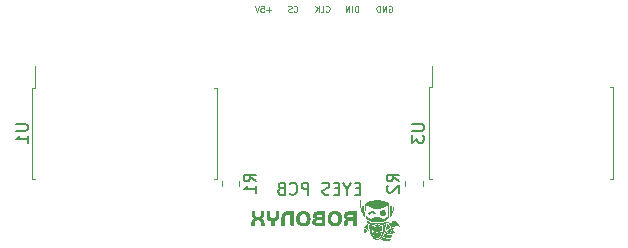
<source format=gbr>
%TF.GenerationSoftware,KiCad,Pcbnew,(6.0.9)*%
%TF.CreationDate,2023-07-18T19:51:57+10:00*%
%TF.ProjectId,VisorPlate2.0,5669736f-7250-46c6-9174-65322e302e6b,rev?*%
%TF.SameCoordinates,Original*%
%TF.FileFunction,Legend,Bot*%
%TF.FilePolarity,Positive*%
%FSLAX46Y46*%
G04 Gerber Fmt 4.6, Leading zero omitted, Abs format (unit mm)*
G04 Created by KiCad (PCBNEW (6.0.9)) date 2023-07-18 19:51:57*
%MOMM*%
%LPD*%
G01*
G04 APERTURE LIST*
%ADD10C,0.100000*%
%ADD11C,0.200000*%
%ADD12C,0.150000*%
%ADD13C,0.120000*%
G04 APERTURE END LIST*
D10*
X136011904Y-95726190D02*
X136011904Y-95226190D01*
X135892857Y-95226190D01*
X135821428Y-95250000D01*
X135773809Y-95297619D01*
X135750000Y-95345238D01*
X135726190Y-95440476D01*
X135726190Y-95511904D01*
X135750000Y-95607142D01*
X135773809Y-95654761D01*
X135821428Y-95702380D01*
X135892857Y-95726190D01*
X136011904Y-95726190D01*
X135511904Y-95726190D02*
X135511904Y-95226190D01*
X135273809Y-95726190D02*
X135273809Y-95226190D01*
X134988095Y-95726190D01*
X134988095Y-95226190D01*
X130583333Y-95678571D02*
X130607142Y-95702380D01*
X130678571Y-95726190D01*
X130726190Y-95726190D01*
X130797619Y-95702380D01*
X130845238Y-95654761D01*
X130869047Y-95607142D01*
X130892857Y-95511904D01*
X130892857Y-95440476D01*
X130869047Y-95345238D01*
X130845238Y-95297619D01*
X130797619Y-95250000D01*
X130726190Y-95226190D01*
X130678571Y-95226190D01*
X130607142Y-95250000D01*
X130583333Y-95273809D01*
X130392857Y-95702380D02*
X130321428Y-95726190D01*
X130202380Y-95726190D01*
X130154761Y-95702380D01*
X130130952Y-95678571D01*
X130107142Y-95630952D01*
X130107142Y-95583333D01*
X130130952Y-95535714D01*
X130154761Y-95511904D01*
X130202380Y-95488095D01*
X130297619Y-95464285D01*
X130345238Y-95440476D01*
X130369047Y-95416666D01*
X130392857Y-95369047D01*
X130392857Y-95321428D01*
X130369047Y-95273809D01*
X130345238Y-95250000D01*
X130297619Y-95226190D01*
X130178571Y-95226190D01*
X130107142Y-95250000D01*
D11*
X136202380Y-110678571D02*
X135869047Y-110678571D01*
X135726190Y-111202380D02*
X136202380Y-111202380D01*
X136202380Y-110202380D01*
X135726190Y-110202380D01*
X135107142Y-110726190D02*
X135107142Y-111202380D01*
X135440476Y-110202380D02*
X135107142Y-110726190D01*
X134773809Y-110202380D01*
X134440476Y-110678571D02*
X134107142Y-110678571D01*
X133964285Y-111202380D02*
X134440476Y-111202380D01*
X134440476Y-110202380D01*
X133964285Y-110202380D01*
X133583333Y-111154761D02*
X133440476Y-111202380D01*
X133202380Y-111202380D01*
X133107142Y-111154761D01*
X133059523Y-111107142D01*
X133011904Y-111011904D01*
X133011904Y-110916666D01*
X133059523Y-110821428D01*
X133107142Y-110773809D01*
X133202380Y-110726190D01*
X133392857Y-110678571D01*
X133488095Y-110630952D01*
X133535714Y-110583333D01*
X133583333Y-110488095D01*
X133583333Y-110392857D01*
X133535714Y-110297619D01*
X133488095Y-110250000D01*
X133392857Y-110202380D01*
X133154761Y-110202380D01*
X133011904Y-110250000D01*
X131821428Y-111202380D02*
X131821428Y-110202380D01*
X131440476Y-110202380D01*
X131345238Y-110250000D01*
X131297619Y-110297619D01*
X131250000Y-110392857D01*
X131250000Y-110535714D01*
X131297619Y-110630952D01*
X131345238Y-110678571D01*
X131440476Y-110726190D01*
X131821428Y-110726190D01*
X130250000Y-111107142D02*
X130297619Y-111154761D01*
X130440476Y-111202380D01*
X130535714Y-111202380D01*
X130678571Y-111154761D01*
X130773809Y-111059523D01*
X130821428Y-110964285D01*
X130869047Y-110773809D01*
X130869047Y-110630952D01*
X130821428Y-110440476D01*
X130773809Y-110345238D01*
X130678571Y-110250000D01*
X130535714Y-110202380D01*
X130440476Y-110202380D01*
X130297619Y-110250000D01*
X130250000Y-110297619D01*
X129488095Y-110678571D02*
X129345238Y-110726190D01*
X129297619Y-110773809D01*
X129250000Y-110869047D01*
X129250000Y-111011904D01*
X129297619Y-111107142D01*
X129345238Y-111154761D01*
X129440476Y-111202380D01*
X129821428Y-111202380D01*
X129821428Y-110202380D01*
X129488095Y-110202380D01*
X129392857Y-110250000D01*
X129345238Y-110297619D01*
X129297619Y-110392857D01*
X129297619Y-110488095D01*
X129345238Y-110583333D01*
X129392857Y-110630952D01*
X129488095Y-110678571D01*
X129821428Y-110678571D01*
D10*
X128642857Y-95535714D02*
X128261904Y-95535714D01*
X128452380Y-95726190D02*
X128452380Y-95345238D01*
X127785714Y-95226190D02*
X128023809Y-95226190D01*
X128047619Y-95464285D01*
X128023809Y-95440476D01*
X127976190Y-95416666D01*
X127857142Y-95416666D01*
X127809523Y-95440476D01*
X127785714Y-95464285D01*
X127761904Y-95511904D01*
X127761904Y-95630952D01*
X127785714Y-95678571D01*
X127809523Y-95702380D01*
X127857142Y-95726190D01*
X127976190Y-95726190D01*
X128023809Y-95702380D01*
X128047619Y-95678571D01*
X127619047Y-95226190D02*
X127452380Y-95726190D01*
X127285714Y-95226190D01*
X138630952Y-95250000D02*
X138678571Y-95226190D01*
X138750000Y-95226190D01*
X138821428Y-95250000D01*
X138869047Y-95297619D01*
X138892857Y-95345238D01*
X138916666Y-95440476D01*
X138916666Y-95511904D01*
X138892857Y-95607142D01*
X138869047Y-95654761D01*
X138821428Y-95702380D01*
X138750000Y-95726190D01*
X138702380Y-95726190D01*
X138630952Y-95702380D01*
X138607142Y-95678571D01*
X138607142Y-95511904D01*
X138702380Y-95511904D01*
X138392857Y-95726190D02*
X138392857Y-95226190D01*
X138107142Y-95726190D01*
X138107142Y-95226190D01*
X137869047Y-95726190D02*
X137869047Y-95226190D01*
X137750000Y-95226190D01*
X137678571Y-95250000D01*
X137630952Y-95297619D01*
X137607142Y-95345238D01*
X137583333Y-95440476D01*
X137583333Y-95511904D01*
X137607142Y-95607142D01*
X137630952Y-95654761D01*
X137678571Y-95702380D01*
X137750000Y-95726190D01*
X137869047Y-95726190D01*
X133297619Y-95678571D02*
X133321428Y-95702380D01*
X133392857Y-95726190D01*
X133440476Y-95726190D01*
X133511904Y-95702380D01*
X133559523Y-95654761D01*
X133583333Y-95607142D01*
X133607142Y-95511904D01*
X133607142Y-95440476D01*
X133583333Y-95345238D01*
X133559523Y-95297619D01*
X133511904Y-95250000D01*
X133440476Y-95226190D01*
X133392857Y-95226190D01*
X133321428Y-95250000D01*
X133297619Y-95273809D01*
X132845238Y-95726190D02*
X133083333Y-95726190D01*
X133083333Y-95226190D01*
X132678571Y-95726190D02*
X132678571Y-95226190D01*
X132392857Y-95726190D02*
X132607142Y-95440476D01*
X132392857Y-95226190D02*
X132678571Y-95511904D01*
D12*
%TO.C,U1*%
X107052380Y-105238095D02*
X107861904Y-105238095D01*
X107957142Y-105285714D01*
X108004761Y-105333333D01*
X108052380Y-105428571D01*
X108052380Y-105619047D01*
X108004761Y-105714285D01*
X107957142Y-105761904D01*
X107861904Y-105809523D01*
X107052380Y-105809523D01*
X108052380Y-106809523D02*
X108052380Y-106238095D01*
X108052380Y-106523809D02*
X107052380Y-106523809D01*
X107195238Y-106428571D01*
X107290476Y-106333333D01*
X107338095Y-106238095D01*
%TO.C,U3*%
X140602380Y-105228095D02*
X141411904Y-105228095D01*
X141507142Y-105275714D01*
X141554761Y-105323333D01*
X141602380Y-105418571D01*
X141602380Y-105609047D01*
X141554761Y-105704285D01*
X141507142Y-105751904D01*
X141411904Y-105799523D01*
X140602380Y-105799523D01*
X140602380Y-106180476D02*
X140602380Y-106799523D01*
X140983333Y-106466190D01*
X140983333Y-106609047D01*
X141030952Y-106704285D01*
X141078571Y-106751904D01*
X141173809Y-106799523D01*
X141411904Y-106799523D01*
X141507142Y-106751904D01*
X141554761Y-106704285D01*
X141602380Y-106609047D01*
X141602380Y-106323333D01*
X141554761Y-106228095D01*
X141507142Y-106180476D01*
%TO.C,R2*%
X139452380Y-110083333D02*
X138976190Y-109750000D01*
X139452380Y-109511904D02*
X138452380Y-109511904D01*
X138452380Y-109892857D01*
X138500000Y-109988095D01*
X138547619Y-110035714D01*
X138642857Y-110083333D01*
X138785714Y-110083333D01*
X138880952Y-110035714D01*
X138928571Y-109988095D01*
X138976190Y-109892857D01*
X138976190Y-109511904D01*
X138547619Y-110464285D02*
X138500000Y-110511904D01*
X138452380Y-110607142D01*
X138452380Y-110845238D01*
X138500000Y-110940476D01*
X138547619Y-110988095D01*
X138642857Y-111035714D01*
X138738095Y-111035714D01*
X138880952Y-110988095D01*
X139452380Y-110416666D01*
X139452380Y-111035714D01*
%TO.C,R1*%
X127352380Y-110083333D02*
X126876190Y-109750000D01*
X127352380Y-109511904D02*
X126352380Y-109511904D01*
X126352380Y-109892857D01*
X126400000Y-109988095D01*
X126447619Y-110035714D01*
X126542857Y-110083333D01*
X126685714Y-110083333D01*
X126780952Y-110035714D01*
X126828571Y-109988095D01*
X126876190Y-109892857D01*
X126876190Y-109511904D01*
X127352380Y-111035714D02*
X127352380Y-110464285D01*
X127352380Y-110750000D02*
X126352380Y-110750000D01*
X126495238Y-110654761D01*
X126590476Y-110559523D01*
X126638095Y-110464285D01*
D13*
%TO.C,U1*%
X124060000Y-102140000D02*
X123795000Y-102140000D01*
X108440000Y-106000000D02*
X108440000Y-109860000D01*
X124060000Y-109860000D02*
X123795000Y-109860000D01*
X108440000Y-102140000D02*
X108705000Y-102140000D01*
X124060000Y-106000000D02*
X124060000Y-109860000D01*
X108440000Y-109860000D02*
X108705000Y-109860000D01*
X108440000Y-106000000D02*
X108440000Y-102140000D01*
X124060000Y-106000000D02*
X124060000Y-102140000D01*
X108705000Y-102140000D02*
X108705000Y-100325000D01*
%TO.C,U3*%
X141990000Y-109850000D02*
X142255000Y-109850000D01*
X157610000Y-105990000D02*
X157610000Y-109850000D01*
X157610000Y-102130000D02*
X157345000Y-102130000D01*
X142255000Y-102130000D02*
X142255000Y-100315000D01*
X141990000Y-102130000D02*
X142255000Y-102130000D01*
X141990000Y-105990000D02*
X141990000Y-109850000D01*
X157610000Y-109850000D02*
X157345000Y-109850000D01*
X141990000Y-105990000D02*
X141990000Y-102130000D01*
X157610000Y-105990000D02*
X157610000Y-102130000D01*
%TO.C,R2*%
X141485000Y-110477064D02*
X141485000Y-110022936D01*
X140015000Y-110477064D02*
X140015000Y-110022936D01*
%TO.C,R1*%
X124515000Y-110477064D02*
X124515000Y-110022936D01*
X125985000Y-110477064D02*
X125985000Y-110022936D01*
%TO.C,G\u002A\u002A\u002A*%
G36*
X135929428Y-113276421D02*
G01*
X135929524Y-113362824D01*
X135929557Y-113442298D01*
X135929526Y-113514757D01*
X135929433Y-113580118D01*
X135929276Y-113638295D01*
X135929058Y-113689204D01*
X135928778Y-113732761D01*
X135928437Y-113768880D01*
X135928035Y-113797478D01*
X135927572Y-113818470D01*
X135927050Y-113831770D01*
X135926467Y-113837296D01*
X135921753Y-113844870D01*
X135913657Y-113851156D01*
X135911031Y-113851675D01*
X135900897Y-113852516D01*
X135884503Y-113853279D01*
X135862857Y-113853934D01*
X135836966Y-113854456D01*
X135807839Y-113854814D01*
X135776483Y-113854981D01*
X135766404Y-113854999D01*
X135733070Y-113855025D01*
X135706517Y-113854946D01*
X135685893Y-113854719D01*
X135670346Y-113854299D01*
X135659024Y-113853640D01*
X135651074Y-113852698D01*
X135645643Y-113851427D01*
X135641880Y-113849782D01*
X135638931Y-113847719D01*
X135629653Y-113840208D01*
X135628573Y-113623366D01*
X135627492Y-113406524D01*
X135487090Y-113408340D01*
X135478576Y-113408451D01*
X135439886Y-113409029D01*
X135407841Y-113409709D01*
X135381426Y-113410600D01*
X135359626Y-113411813D01*
X135341428Y-113413458D01*
X135325816Y-113415645D01*
X135311776Y-113418484D01*
X135298292Y-113422086D01*
X135284351Y-113426560D01*
X135268938Y-113432017D01*
X135259273Y-113435675D01*
X135228290Y-113450263D01*
X135203636Y-113467499D01*
X135184176Y-113488539D01*
X135168776Y-113514537D01*
X135156303Y-113546647D01*
X135148386Y-113575230D01*
X135141460Y-113610251D01*
X135136211Y-113650171D01*
X135132515Y-113695942D01*
X135130250Y-113748513D01*
X135130189Y-113750673D01*
X135129416Y-113774923D01*
X135128577Y-113796806D01*
X135127736Y-113814950D01*
X135126955Y-113827980D01*
X135126297Y-113834526D01*
X135125222Y-113838645D01*
X135122836Y-113843239D01*
X135118665Y-113846902D01*
X135111950Y-113849738D01*
X135101932Y-113851851D01*
X135087851Y-113853346D01*
X135068947Y-113854327D01*
X135044463Y-113854898D01*
X135013637Y-113855165D01*
X134975712Y-113855230D01*
X134849974Y-113855230D01*
X134838947Y-113845754D01*
X134834785Y-113841966D01*
X134831456Y-113837597D01*
X134829315Y-113831667D01*
X134828021Y-113822604D01*
X134827232Y-113808831D01*
X134826609Y-113788775D01*
X134826526Y-113785223D01*
X134826463Y-113761997D01*
X134827000Y-113734634D01*
X134828054Y-113706256D01*
X134829539Y-113679986D01*
X134831316Y-113656641D01*
X134838349Y-113590854D01*
X134847939Y-113532143D01*
X134860181Y-113480210D01*
X134875167Y-113434757D01*
X134892991Y-113395486D01*
X134913746Y-113362096D01*
X134937525Y-113334291D01*
X134948273Y-113324083D01*
X134968905Y-113307589D01*
X134988003Y-113296956D01*
X134998585Y-113292201D01*
X135007179Y-113287807D01*
X135010441Y-113285371D01*
X135008726Y-113283964D01*
X135001260Y-113279664D01*
X134989237Y-113273381D01*
X134974155Y-113265918D01*
X134960082Y-113258464D01*
X134928441Y-113236959D01*
X134899441Y-113210843D01*
X134874817Y-113181802D01*
X134856305Y-113151521D01*
X134852666Y-113143973D01*
X134842595Y-113120918D01*
X134835151Y-113099160D01*
X134829980Y-113076876D01*
X134826726Y-113052245D01*
X134825069Y-113024022D01*
X135125952Y-113024022D01*
X135126744Y-113032500D01*
X135130255Y-113055019D01*
X135136012Y-113072777D01*
X135144946Y-113088081D01*
X135157991Y-113103235D01*
X135170041Y-113114565D01*
X135183672Y-113123762D01*
X135199042Y-113129763D01*
X135201478Y-113130429D01*
X135207778Y-113131749D01*
X135215808Y-113132850D01*
X135226247Y-113133750D01*
X135239779Y-113134468D01*
X135257083Y-113135024D01*
X135278841Y-113135436D01*
X135305735Y-113135724D01*
X135338444Y-113135906D01*
X135377652Y-113136001D01*
X135424038Y-113136029D01*
X135627688Y-113136029D01*
X135627688Y-112888435D01*
X135428080Y-112888435D01*
X135405089Y-112888440D01*
X135360201Y-112888508D01*
X135322175Y-112888700D01*
X135290329Y-112889074D01*
X135263977Y-112889685D01*
X135242435Y-112890591D01*
X135225019Y-112891849D01*
X135211044Y-112893515D01*
X135199827Y-112895647D01*
X135190683Y-112898300D01*
X135182928Y-112901532D01*
X135175877Y-112905400D01*
X135168846Y-112909961D01*
X135160325Y-112916569D01*
X135143512Y-112936441D01*
X135132004Y-112961441D01*
X135126063Y-112990868D01*
X135125952Y-113024022D01*
X134825069Y-113024022D01*
X134825035Y-113023444D01*
X134824550Y-112988651D01*
X134824579Y-112978979D01*
X134825337Y-112945983D01*
X134827388Y-112918459D01*
X134831084Y-112894549D01*
X134836782Y-112872393D01*
X134844836Y-112850130D01*
X134855600Y-112825902D01*
X134855981Y-112825101D01*
X134881198Y-112781049D01*
X134912341Y-112742090D01*
X134949272Y-112708316D01*
X134991856Y-112679819D01*
X135039955Y-112656690D01*
X135093432Y-112639022D01*
X135152150Y-112626907D01*
X135159836Y-112625921D01*
X135169680Y-112625032D01*
X135182013Y-112624257D01*
X135197322Y-112623588D01*
X135216097Y-112623019D01*
X135238824Y-112622543D01*
X135265994Y-112622152D01*
X135298094Y-112621840D01*
X135335612Y-112621599D01*
X135379036Y-112621423D01*
X135428856Y-112621305D01*
X135485559Y-112621237D01*
X135549634Y-112621213D01*
X135552282Y-112621213D01*
X135613349Y-112621214D01*
X135667062Y-112621231D01*
X135713908Y-112621275D01*
X135754370Y-112621354D01*
X135788937Y-112621479D01*
X135818095Y-112621660D01*
X135842328Y-112621907D01*
X135862123Y-112622229D01*
X135877967Y-112622636D01*
X135890346Y-112623139D01*
X135899744Y-112623746D01*
X135906650Y-112624468D01*
X135911548Y-112625315D01*
X135914925Y-112626297D01*
X135917267Y-112627423D01*
X135919060Y-112628703D01*
X135928338Y-112636215D01*
X135929194Y-113136029D01*
X135929358Y-113231613D01*
X135929428Y-113276421D01*
G37*
G36*
X138160353Y-112503113D02*
G01*
X138203284Y-112510570D01*
X138243426Y-112524734D01*
X138280174Y-112544999D01*
X138312920Y-112570756D01*
X138341058Y-112601401D01*
X138363983Y-112636325D01*
X138381088Y-112674922D01*
X138391767Y-112716585D01*
X138395413Y-112760707D01*
X138395409Y-112761770D01*
X138391423Y-112805096D01*
X138380382Y-112846527D01*
X138362889Y-112885287D01*
X138339552Y-112920596D01*
X138310975Y-112951678D01*
X138277765Y-112977755D01*
X138240527Y-112998049D01*
X138199866Y-113011783D01*
X138180267Y-113015151D01*
X138153947Y-113017187D01*
X138125943Y-113017394D01*
X138099363Y-113015759D01*
X138077311Y-113012268D01*
X138054713Y-113005748D01*
X138015467Y-112988406D01*
X137979560Y-112964737D01*
X137947816Y-112935552D01*
X137921056Y-112901664D01*
X137900100Y-112863883D01*
X137885771Y-112823021D01*
X137882112Y-112802485D01*
X137880069Y-112775846D01*
X137880002Y-112747561D01*
X137881911Y-112720716D01*
X137885796Y-112698394D01*
X137898729Y-112660111D01*
X137919123Y-112621401D01*
X137945209Y-112587176D01*
X137976302Y-112557972D01*
X138011717Y-112534326D01*
X138050767Y-112516773D01*
X138092768Y-112505848D01*
X138137033Y-112502087D01*
X138160353Y-112503113D01*
G37*
G36*
X136216688Y-111520650D02*
G01*
X136218858Y-111524740D01*
X136221016Y-111532342D01*
X136223203Y-111543849D01*
X136225457Y-111559657D01*
X136227818Y-111580158D01*
X136230323Y-111605748D01*
X136233013Y-111636822D01*
X136235927Y-111673772D01*
X136239102Y-111716994D01*
X136242579Y-111766882D01*
X136246397Y-111823830D01*
X136250594Y-111888233D01*
X136251299Y-111899156D01*
X136255186Y-111959010D01*
X136258679Y-112011721D01*
X136261845Y-112057891D01*
X136264749Y-112098120D01*
X136267460Y-112133011D01*
X136270042Y-112163164D01*
X136272564Y-112189180D01*
X136275091Y-112211661D01*
X136277691Y-112231208D01*
X136280429Y-112248422D01*
X136283374Y-112263904D01*
X136286591Y-112278256D01*
X136290147Y-112292079D01*
X136294108Y-112305973D01*
X136298543Y-112320540D01*
X136299649Y-112324039D01*
X136306557Y-112342546D01*
X136314273Y-112356437D01*
X136324277Y-112368468D01*
X136340243Y-112384955D01*
X136357018Y-112551216D01*
X136358820Y-112569071D01*
X136362373Y-112604238D01*
X136365694Y-112637069D01*
X136368691Y-112666648D01*
X136371270Y-112692063D01*
X136373340Y-112712399D01*
X136374807Y-112726743D01*
X136375579Y-112734180D01*
X136376067Y-112743136D01*
X136374467Y-112749569D01*
X136369995Y-112749284D01*
X136362370Y-112742212D01*
X136351308Y-112728284D01*
X136332621Y-112699722D01*
X136312593Y-112660323D01*
X136294299Y-112614019D01*
X136277630Y-112560533D01*
X136262481Y-112499590D01*
X136260809Y-112492047D01*
X136253345Y-112457210D01*
X136246687Y-112423767D01*
X136240783Y-112391059D01*
X136235586Y-112358424D01*
X136231043Y-112325201D01*
X136227105Y-112290729D01*
X136223722Y-112254347D01*
X136220844Y-112215394D01*
X136218421Y-112173208D01*
X136216403Y-112127130D01*
X136214739Y-112076497D01*
X136213380Y-112020649D01*
X136212275Y-111958925D01*
X136211375Y-111890664D01*
X136210629Y-111815204D01*
X136210517Y-111802159D01*
X136210071Y-111748428D01*
X136209724Y-111701924D01*
X136209481Y-111662133D01*
X136209348Y-111628536D01*
X136209332Y-111600619D01*
X136209438Y-111577865D01*
X136209672Y-111559757D01*
X136210041Y-111545780D01*
X136210550Y-111535417D01*
X136211206Y-111528152D01*
X136212015Y-111523468D01*
X136212983Y-111520849D01*
X136214117Y-111519779D01*
X136214468Y-111519676D01*
X136216688Y-111520650D01*
G37*
G36*
X138655871Y-112330848D02*
G01*
X138654441Y-112371984D01*
X138652874Y-112412698D01*
X138651128Y-112453909D01*
X138649157Y-112496535D01*
X138646917Y-112541493D01*
X138644364Y-112589702D01*
X138641453Y-112642081D01*
X138638140Y-112699547D01*
X138634381Y-112763018D01*
X138630131Y-112833414D01*
X138629992Y-112835690D01*
X138626584Y-112891568D01*
X138623574Y-112940224D01*
X138620892Y-112982260D01*
X138618469Y-113018277D01*
X138616236Y-113048878D01*
X138614123Y-113074663D01*
X138612061Y-113096234D01*
X138609981Y-113114193D01*
X138607812Y-113129141D01*
X138605487Y-113141680D01*
X138602934Y-113152411D01*
X138600085Y-113161936D01*
X138596870Y-113170856D01*
X138593221Y-113179774D01*
X138589067Y-113189290D01*
X138575582Y-113215399D01*
X138549912Y-113252253D01*
X138517104Y-113288243D01*
X138477581Y-113323041D01*
X138431764Y-113356322D01*
X138380074Y-113387758D01*
X138322935Y-113417022D01*
X138260767Y-113443787D01*
X138229594Y-113455544D01*
X138188238Y-113469459D01*
X138145972Y-113481636D01*
X138101932Y-113492224D01*
X138055249Y-113501370D01*
X138005059Y-113509222D01*
X137950494Y-113515929D01*
X137890688Y-113521637D01*
X137824775Y-113526495D01*
X137751887Y-113530652D01*
X137751784Y-113530657D01*
X137735167Y-113531153D01*
X137712114Y-113531371D01*
X137684034Y-113531336D01*
X137652333Y-113531074D01*
X137618420Y-113530611D01*
X137583702Y-113529973D01*
X137549587Y-113529185D01*
X137517483Y-113528274D01*
X137488796Y-113527265D01*
X137464935Y-113526184D01*
X137447307Y-113525057D01*
X137373694Y-113518071D01*
X137295584Y-113508010D01*
X137223566Y-113495571D01*
X137156833Y-113480544D01*
X137094575Y-113462720D01*
X137035985Y-113441891D01*
X136980254Y-113417847D01*
X136926574Y-113390379D01*
X136912646Y-113382512D01*
X136862880Y-113351302D01*
X136818830Y-113318534D01*
X136780923Y-113284617D01*
X136749583Y-113249961D01*
X136725236Y-113214976D01*
X136708308Y-113180074D01*
X136707716Y-113178491D01*
X136703246Y-113165770D01*
X136699295Y-113152701D01*
X136695785Y-113138604D01*
X136692639Y-113122794D01*
X136689779Y-113104591D01*
X136687129Y-113083311D01*
X136684611Y-113058272D01*
X136682149Y-113028793D01*
X136679664Y-112994189D01*
X136677081Y-112953779D01*
X136674321Y-112906881D01*
X136671308Y-112852813D01*
X136670566Y-112839235D01*
X136666504Y-112764575D01*
X136662871Y-112697088D01*
X136659644Y-112636198D01*
X136656799Y-112581328D01*
X136654313Y-112531904D01*
X136652162Y-112487349D01*
X136650322Y-112447089D01*
X136648771Y-112410547D01*
X136647484Y-112377147D01*
X136646438Y-112346314D01*
X136645609Y-112317473D01*
X136645117Y-112296234D01*
X136701227Y-112296234D01*
X136701692Y-112326473D01*
X136702639Y-112362856D01*
X136704073Y-112405806D01*
X136705999Y-112455751D01*
X136708424Y-112513113D01*
X136708495Y-112514755D01*
X136709520Y-112539150D01*
X136710753Y-112569792D01*
X136712137Y-112605195D01*
X136713615Y-112643868D01*
X136715129Y-112684326D01*
X136716624Y-112725078D01*
X136718043Y-112764638D01*
X136718432Y-112775623D01*
X136719763Y-112812943D01*
X136721072Y-112849270D01*
X136722316Y-112883462D01*
X136723454Y-112914374D01*
X136724442Y-112940862D01*
X136725241Y-112961782D01*
X136725806Y-112975991D01*
X136726441Y-112989865D01*
X136728001Y-113009633D01*
X136730929Y-113024989D01*
X136736147Y-113037297D01*
X136744575Y-113047920D01*
X136757136Y-113058222D01*
X136774751Y-113069566D01*
X136798342Y-113083317D01*
X136799003Y-113083696D01*
X136819744Y-113095743D01*
X136844978Y-113110632D01*
X136872599Y-113127106D01*
X136900500Y-113143908D01*
X136926574Y-113159783D01*
X136962806Y-113181891D01*
X136999840Y-113204024D01*
X137031662Y-113222164D01*
X137059034Y-113236445D01*
X137082713Y-113247001D01*
X137103461Y-113253966D01*
X137122035Y-113257475D01*
X137139197Y-113257662D01*
X137155704Y-113254661D01*
X137172318Y-113248606D01*
X137189797Y-113239632D01*
X137208900Y-113227872D01*
X137230388Y-113213460D01*
X137248314Y-113201444D01*
X137284718Y-113178981D01*
X137318420Y-113161317D01*
X137351133Y-113147695D01*
X137384571Y-113137359D01*
X137420446Y-113129553D01*
X137432727Y-113127917D01*
X137453246Y-113126213D01*
X137479578Y-113124711D01*
X137510674Y-113123421D01*
X137545481Y-113122351D01*
X137582949Y-113121510D01*
X137622025Y-113120908D01*
X137661659Y-113120553D01*
X137700799Y-113120454D01*
X137738394Y-113120621D01*
X137773392Y-113121062D01*
X137804742Y-113121786D01*
X137831393Y-113122802D01*
X137852292Y-113124119D01*
X137866390Y-113125746D01*
X137873447Y-113127019D01*
X137922221Y-113139020D01*
X137969781Y-113156660D01*
X138017463Y-113180507D01*
X138066603Y-113211131D01*
X138081696Y-113221116D01*
X138098808Y-113231845D01*
X138113673Y-113240566D01*
X138124206Y-113246016D01*
X138138265Y-113250858D01*
X138160620Y-113255061D01*
X138183356Y-113256172D01*
X138202846Y-113253830D01*
X138216503Y-113249347D01*
X138240111Y-113238543D01*
X138269081Y-113222470D01*
X138303232Y-113201222D01*
X138309130Y-113197453D01*
X138326723Y-113186568D01*
X138348860Y-113173220D01*
X138373932Y-113158364D01*
X138400335Y-113142955D01*
X138426461Y-113127949D01*
X138453618Y-113112492D01*
X138481011Y-113096868D01*
X138502864Y-113084298D01*
X138519881Y-113074318D01*
X138532766Y-113066463D01*
X138542223Y-113060268D01*
X138548956Y-113055266D01*
X138553669Y-113050994D01*
X138557065Y-113046985D01*
X138559850Y-113042775D01*
X138562726Y-113037899D01*
X138565347Y-113033309D01*
X138568156Y-113027453D01*
X138570274Y-113020888D01*
X138571855Y-113012420D01*
X138573052Y-113000861D01*
X138574018Y-112985018D01*
X138574906Y-112963700D01*
X138575869Y-112935717D01*
X138576415Y-112919967D01*
X138577339Y-112894639D01*
X138578519Y-112863301D01*
X138579915Y-112826961D01*
X138581488Y-112786626D01*
X138583199Y-112743302D01*
X138585009Y-112697996D01*
X138586877Y-112651717D01*
X138588765Y-112605470D01*
X138590453Y-112563798D01*
X138592224Y-112518810D01*
X138593889Y-112475235D01*
X138595415Y-112433995D01*
X138596770Y-112396008D01*
X138597920Y-112362195D01*
X138598833Y-112333475D01*
X138599476Y-112310768D01*
X138599817Y-112294995D01*
X138599974Y-112283737D01*
X138600132Y-112262313D01*
X138599890Y-112246719D01*
X138599115Y-112235534D01*
X138597672Y-112227336D01*
X138595429Y-112220706D01*
X138592254Y-112214221D01*
X138589124Y-112208686D01*
X138572045Y-112186645D01*
X138551335Y-112171544D01*
X138527131Y-112163461D01*
X138499573Y-112162472D01*
X138492432Y-112163478D01*
X138483393Y-112165562D01*
X138471931Y-112168965D01*
X138457362Y-112173941D01*
X138438998Y-112180744D01*
X138416155Y-112189628D01*
X138388146Y-112200849D01*
X138354285Y-112214660D01*
X138313886Y-112231315D01*
X138308340Y-112233610D01*
X138269125Y-112249881D01*
X138227958Y-112267024D01*
X138186377Y-112284394D01*
X138145919Y-112301347D01*
X138108119Y-112317241D01*
X138074514Y-112331431D01*
X138046642Y-112343274D01*
X138004329Y-112361182D01*
X137967490Y-112376397D01*
X137935834Y-112388982D01*
X137908387Y-112399287D01*
X137884173Y-112407666D01*
X137862217Y-112414470D01*
X137841543Y-112420054D01*
X137821178Y-112424768D01*
X137813587Y-112426357D01*
X137803362Y-112428281D01*
X137793214Y-112429780D01*
X137782152Y-112430891D01*
X137769182Y-112431650D01*
X137753314Y-112432095D01*
X137733554Y-112432261D01*
X137708911Y-112432187D01*
X137678394Y-112431908D01*
X137641009Y-112431462D01*
X137637160Y-112431414D01*
X137598172Y-112430858D01*
X137564423Y-112430091D01*
X137534873Y-112428872D01*
X137508486Y-112426960D01*
X137484223Y-112424113D01*
X137461045Y-112420089D01*
X137437914Y-112414649D01*
X137413792Y-112407549D01*
X137387641Y-112398550D01*
X137358423Y-112387410D01*
X137325099Y-112373887D01*
X137286632Y-112357740D01*
X137241982Y-112338728D01*
X137177783Y-112311418D01*
X137115330Y-112285049D01*
X137057768Y-112260957D01*
X137005352Y-112239244D01*
X136958334Y-112220013D01*
X136916970Y-112203367D01*
X136881515Y-112189406D01*
X136852222Y-112178235D01*
X136829345Y-112169954D01*
X136813141Y-112164667D01*
X136803861Y-112162476D01*
X136801107Y-112162223D01*
X136775255Y-112163677D01*
X136751376Y-112171580D01*
X136730781Y-112185097D01*
X136714782Y-112203391D01*
X136704691Y-112225628D01*
X136704072Y-112228199D01*
X136702666Y-112238120D01*
X136701719Y-112252482D01*
X136701238Y-112271712D01*
X136701227Y-112296234D01*
X136645117Y-112296234D01*
X136644974Y-112290048D01*
X136644509Y-112263462D01*
X136644191Y-112237141D01*
X136643996Y-112210508D01*
X136643901Y-112182988D01*
X136643609Y-112029716D01*
X136654278Y-111998275D01*
X136659389Y-111984230D01*
X136675567Y-111949676D01*
X136696012Y-111918799D01*
X136721441Y-111890879D01*
X136752573Y-111865199D01*
X136790127Y-111841039D01*
X136834822Y-111817680D01*
X136857648Y-111807297D01*
X136914470Y-111785222D01*
X136978316Y-111765120D01*
X137048750Y-111747121D01*
X137125336Y-111731356D01*
X137142789Y-111728279D01*
X137199877Y-111719677D01*
X137263031Y-111712080D01*
X137330944Y-111705565D01*
X137402308Y-111700211D01*
X137475817Y-111696093D01*
X137550163Y-111693290D01*
X137624040Y-111691879D01*
X137696141Y-111691936D01*
X137765158Y-111693540D01*
X137821146Y-111695900D01*
X137924586Y-111702291D01*
X138021452Y-111711067D01*
X138111646Y-111722204D01*
X138195068Y-111735678D01*
X138271621Y-111751463D01*
X138341206Y-111769537D01*
X138403722Y-111789875D01*
X138459071Y-111812452D01*
X138507155Y-111837245D01*
X138547875Y-111864229D01*
X138581131Y-111893380D01*
X138588057Y-111900688D01*
X138613299Y-111932250D01*
X138632617Y-111966096D01*
X138646781Y-112003790D01*
X138656558Y-112046898D01*
X138657951Y-112055678D01*
X138659236Y-112065745D01*
X138660192Y-112076637D01*
X138660828Y-112089233D01*
X138661150Y-112104411D01*
X138661166Y-112123051D01*
X138660885Y-112146030D01*
X138660313Y-112174229D01*
X138659459Y-112208526D01*
X138658329Y-112249799D01*
X138657966Y-112262313D01*
X138657210Y-112288373D01*
X138655871Y-112330848D01*
G37*
G36*
X138220432Y-113731725D02*
G01*
X138177543Y-113747300D01*
X138130707Y-113760861D01*
X138127314Y-113761727D01*
X138108417Y-113766151D01*
X138085436Y-113771045D01*
X138059840Y-113776147D01*
X138033102Y-113781190D01*
X138006693Y-113785910D01*
X137982084Y-113790043D01*
X137960747Y-113793324D01*
X137944153Y-113795488D01*
X137933773Y-113796272D01*
X137931838Y-113796195D01*
X137925009Y-113793986D01*
X137918216Y-113787626D01*
X137909744Y-113775646D01*
X137908000Y-113772972D01*
X137897248Y-113757970D01*
X137886309Y-113746260D01*
X137872858Y-113735666D01*
X137854570Y-113724012D01*
X137828680Y-113710661D01*
X137790117Y-113696476D01*
X137772416Y-113692133D01*
X138036817Y-113692133D01*
X138038782Y-113694098D01*
X138040747Y-113692133D01*
X138038782Y-113690167D01*
X138036817Y-113692133D01*
X137772416Y-113692133D01*
X137746992Y-113685895D01*
X137700798Y-113679189D01*
X137653026Y-113676631D01*
X137605170Y-113678493D01*
X137602048Y-113678776D01*
X137553199Y-113685736D01*
X137508993Y-113697293D01*
X137467462Y-113713954D01*
X137459345Y-113717890D01*
X137435220Y-113731100D01*
X137416904Y-113744211D01*
X137402931Y-113758404D01*
X137391834Y-113774860D01*
X137386187Y-113784182D01*
X137379755Y-113793176D01*
X137375408Y-113797340D01*
X137374759Y-113797441D01*
X137367756Y-113796924D01*
X137354570Y-113795115D01*
X137336412Y-113792237D01*
X137314493Y-113788513D01*
X137290024Y-113784163D01*
X137264215Y-113779410D01*
X137238279Y-113774477D01*
X137213425Y-113769585D01*
X137190865Y-113764957D01*
X137171811Y-113760813D01*
X137157473Y-113757378D01*
X137090932Y-113736444D01*
X137025401Y-113707922D01*
X136963739Y-113672583D01*
X136906089Y-113630499D01*
X136901933Y-113627187D01*
X136885510Y-113615293D01*
X136868852Y-113604728D01*
X136854999Y-113597457D01*
X136846955Y-113593939D01*
X136828977Y-113585683D01*
X136815862Y-113578664D01*
X136805802Y-113571694D01*
X136796992Y-113563584D01*
X136787623Y-113553146D01*
X136769371Y-113531782D01*
X136769371Y-113501272D01*
X136769381Y-113497324D01*
X136769853Y-113482381D01*
X136771540Y-113471969D01*
X136775132Y-113463344D01*
X136781321Y-113453758D01*
X136781349Y-113453720D01*
X136787313Y-113445392D01*
X136792732Y-113439066D01*
X136798452Y-113434906D01*
X136805315Y-113433073D01*
X136814167Y-113433730D01*
X136825852Y-113437040D01*
X136841214Y-113443166D01*
X136861097Y-113452270D01*
X136886346Y-113464516D01*
X136917805Y-113480065D01*
X137020658Y-113531000D01*
X137064247Y-113572847D01*
X137083559Y-113590809D01*
X137116725Y-113618520D01*
X137149028Y-113641107D01*
X137182149Y-113659814D01*
X137189942Y-113663559D01*
X137202976Y-113669440D01*
X137218011Y-113675948D01*
X137233513Y-113682452D01*
X137247950Y-113688320D01*
X137259788Y-113692922D01*
X137267495Y-113695626D01*
X137269538Y-113695801D01*
X137266709Y-113693648D01*
X137258490Y-113687816D01*
X137246353Y-113679385D01*
X137231717Y-113669347D01*
X137221405Y-113662011D01*
X137206026Y-113650365D01*
X137189103Y-113636970D01*
X137171744Y-113622764D01*
X137155056Y-113608684D01*
X137140148Y-113595669D01*
X137128128Y-113584657D01*
X137120103Y-113576585D01*
X137117182Y-113572392D01*
X137118387Y-113571910D01*
X137125601Y-113572225D01*
X137137876Y-113573845D01*
X137153535Y-113576578D01*
X137246726Y-113592451D01*
X137363295Y-113607163D01*
X137482517Y-113616912D01*
X137602419Y-113621586D01*
X137721032Y-113621073D01*
X137836384Y-113615263D01*
X137867200Y-113612682D01*
X137916682Y-113607654D01*
X137968731Y-113601454D01*
X138021263Y-113594368D01*
X138072193Y-113586682D01*
X138119436Y-113578683D01*
X138160907Y-113570658D01*
X138185985Y-113565402D01*
X138178196Y-113576341D01*
X138172381Y-113583572D01*
X138158855Y-113597683D01*
X138141301Y-113613985D01*
X138121245Y-113631141D01*
X138100213Y-113647812D01*
X138079731Y-113662660D01*
X138067497Y-113671214D01*
X138055809Y-113679811D01*
X138048168Y-113685955D01*
X138045819Y-113688690D01*
X138049219Y-113688500D01*
X138058495Y-113685581D01*
X138072066Y-113680362D01*
X138088446Y-113673488D01*
X138106152Y-113665605D01*
X138123700Y-113657358D01*
X138139605Y-113649392D01*
X138152384Y-113642353D01*
X138165270Y-113633750D01*
X138182402Y-113620690D01*
X138200645Y-113605496D01*
X138217731Y-113589988D01*
X138232525Y-113576141D01*
X138259378Y-113553061D01*
X138284699Y-113534657D01*
X138310428Y-113519733D01*
X138338506Y-113507091D01*
X138370872Y-113495536D01*
X138388780Y-113490290D01*
X138406701Y-113486587D01*
X138426663Y-113484255D01*
X138451567Y-113482838D01*
X138458314Y-113482610D01*
X138486461Y-113482749D01*
X138511737Y-113485168D01*
X138535598Y-113490358D01*
X138559499Y-113498813D01*
X138584896Y-113511027D01*
X138613244Y-113527491D01*
X138645998Y-113548699D01*
X138671004Y-113565186D01*
X138692613Y-113578611D01*
X138710366Y-113588372D01*
X138725511Y-113595012D01*
X138739300Y-113599073D01*
X138752982Y-113601101D01*
X138767809Y-113601637D01*
X138770677Y-113601611D01*
X138791754Y-113599749D01*
X138810342Y-113594410D01*
X138827539Y-113584837D01*
X138844445Y-113570272D01*
X138862159Y-113549959D01*
X138881780Y-113523140D01*
X138898524Y-113500111D01*
X138916906Y-113478700D01*
X138935143Y-113462622D01*
X138954728Y-113450804D01*
X138977156Y-113442180D01*
X139003920Y-113435677D01*
X139030614Y-113432320D01*
X139065344Y-113433041D01*
X139103643Y-113439104D01*
X139146509Y-113450614D01*
X139149629Y-113451601D01*
X139216202Y-113476595D01*
X139277575Y-113507460D01*
X139333667Y-113544122D01*
X139384397Y-113586503D01*
X139429684Y-113634529D01*
X139469448Y-113688124D01*
X139503606Y-113747212D01*
X139532080Y-113811717D01*
X139533289Y-113814942D01*
X139540282Y-113835291D01*
X139546774Y-113856647D01*
X139551496Y-113874880D01*
X139551964Y-113876973D01*
X139555389Y-113891941D01*
X139558312Y-113904187D01*
X139560143Y-113911234D01*
X139560936Y-113915468D01*
X139559141Y-113917520D01*
X139553490Y-113915211D01*
X139543327Y-113908237D01*
X139527995Y-113896292D01*
X139518032Y-113888634D01*
X139477314Y-113863115D01*
X139433418Y-113843891D01*
X139387534Y-113831312D01*
X139340853Y-113825729D01*
X139294567Y-113827494D01*
X139244633Y-113836023D01*
X139199397Y-113849228D01*
X139160631Y-113866895D01*
X139128336Y-113889026D01*
X139102511Y-113915618D01*
X139083156Y-113946673D01*
X139080701Y-113951644D01*
X139073544Y-113964361D01*
X139067700Y-113971134D01*
X139062246Y-113973132D01*
X139057020Y-113972501D01*
X139044920Y-113970423D01*
X139027385Y-113967132D01*
X139005604Y-113962876D01*
X138980767Y-113957902D01*
X138954063Y-113952455D01*
X138926681Y-113946782D01*
X138899811Y-113941130D01*
X138874643Y-113935747D01*
X138852366Y-113930877D01*
X138834168Y-113926768D01*
X138821241Y-113923667D01*
X138814772Y-113921820D01*
X138814712Y-113921796D01*
X138808865Y-113917563D01*
X138801934Y-113908748D01*
X138793309Y-113894444D01*
X138782380Y-113873746D01*
X138766757Y-113844306D01*
X138735495Y-113792666D01*
X138700457Y-113743964D01*
X138660378Y-113696513D01*
X138613996Y-113648623D01*
X138610737Y-113645452D01*
X138588676Y-113624307D01*
X138570986Y-113608158D01*
X138556762Y-113596371D01*
X138545098Y-113588310D01*
X138535088Y-113583340D01*
X138525826Y-113580823D01*
X138516408Y-113580126D01*
X138505408Y-113580517D01*
X138487320Y-113583117D01*
X138468637Y-113588565D01*
X138448309Y-113597344D01*
X138425284Y-113609933D01*
X138398512Y-113626813D01*
X138366942Y-113648464D01*
X138345023Y-113663585D01*
X138302213Y-113690800D01*
X138299781Y-113692133D01*
X138261335Y-113713202D01*
X138220432Y-113731725D01*
G37*
G36*
X137250035Y-113833274D02*
G01*
X137265281Y-113835254D01*
X137284611Y-113838077D01*
X137306739Y-113841574D01*
X137326012Y-113844760D01*
X137345605Y-113848192D01*
X137359604Y-113851062D01*
X137369246Y-113853730D01*
X137375772Y-113856555D01*
X137380419Y-113859896D01*
X137384426Y-113864112D01*
X137389102Y-113869546D01*
X137403600Y-113886082D01*
X137415047Y-113898201D01*
X137424983Y-113907191D01*
X137434947Y-113914340D01*
X137446480Y-113920936D01*
X137461122Y-113928267D01*
X137466864Y-113930967D01*
X137489369Y-113940403D01*
X137513875Y-113949351D01*
X137536014Y-113956181D01*
X137539345Y-113957068D01*
X137554196Y-113960752D01*
X137567585Y-113963370D01*
X137581377Y-113965109D01*
X137597436Y-113966153D01*
X137617626Y-113966688D01*
X137643810Y-113966899D01*
X137666959Y-113966793D01*
X137698779Y-113965670D01*
X137726337Y-113963102D01*
X137751806Y-113958773D01*
X137777362Y-113952369D01*
X137805179Y-113943576D01*
X137814413Y-113940332D01*
X137838507Y-113930387D01*
X137858959Y-113918965D01*
X137877627Y-113904714D01*
X137896373Y-113886283D01*
X137917056Y-113862321D01*
X137918276Y-113860915D01*
X137922257Y-113857511D01*
X137928024Y-113854621D01*
X137936776Y-113851920D01*
X137949713Y-113849083D01*
X137968032Y-113845783D01*
X137992933Y-113841694D01*
X138011804Y-113838787D01*
X138031796Y-113836010D01*
X138047958Y-113834105D01*
X138058984Y-113833223D01*
X138063568Y-113833515D01*
X138064012Y-113835717D01*
X138064620Y-113844944D01*
X138065152Y-113860458D01*
X138065591Y-113881318D01*
X138065918Y-113906586D01*
X138066114Y-113935321D01*
X138066162Y-113966586D01*
X138065869Y-114010447D01*
X138064522Y-114069023D01*
X138062084Y-114119850D01*
X138058558Y-114162918D01*
X138053943Y-114198219D01*
X138048240Y-114225744D01*
X138046554Y-114230790D01*
X138041865Y-114238982D01*
X138034164Y-114247139D01*
X138022602Y-114255872D01*
X138006329Y-114265789D01*
X137984496Y-114277498D01*
X137956251Y-114291608D01*
X137955041Y-114292198D01*
X137911471Y-114312090D01*
X137869841Y-114328052D01*
X137827715Y-114340826D01*
X137782659Y-114351153D01*
X137732237Y-114359773D01*
X137730766Y-114359931D01*
X137721275Y-114360343D01*
X137705693Y-114360584D01*
X137685375Y-114360648D01*
X137661675Y-114360528D01*
X137635950Y-114360218D01*
X137607474Y-114359588D01*
X137573419Y-114358042D01*
X137543855Y-114355437D01*
X137516835Y-114351469D01*
X137490415Y-114345836D01*
X137462647Y-114338234D01*
X137431587Y-114328359D01*
X137411120Y-114321108D01*
X137381932Y-114309432D01*
X137353207Y-114296549D01*
X137326111Y-114283079D01*
X137301808Y-114269641D01*
X137281461Y-114256853D01*
X137266236Y-114245334D01*
X137257296Y-114235703D01*
X137254863Y-114229720D01*
X137251516Y-114215670D01*
X137248019Y-114195209D01*
X137244478Y-114169150D01*
X137241001Y-114138303D01*
X137237697Y-114103479D01*
X137234673Y-114065489D01*
X137234417Y-114061709D01*
X137233494Y-114042643D01*
X137232835Y-114019700D01*
X137232431Y-113994054D01*
X137232269Y-113966879D01*
X137232337Y-113939348D01*
X137232625Y-113912634D01*
X137233120Y-113887911D01*
X137233812Y-113866354D01*
X137234689Y-113849134D01*
X137235739Y-113837426D01*
X137236951Y-113832403D01*
X137240160Y-113832306D01*
X137250035Y-113833274D01*
G37*
G36*
X134657924Y-113307212D02*
G01*
X134650832Y-113381045D01*
X134639010Y-113449034D01*
X134622328Y-113511555D01*
X134600653Y-113568987D01*
X134573855Y-113621710D01*
X134541802Y-113670100D01*
X134504365Y-113714537D01*
X134496597Y-113722546D01*
X134453930Y-113759943D01*
X134405439Y-113792566D01*
X134351648Y-113820176D01*
X134293084Y-113842532D01*
X134230272Y-113859392D01*
X134163739Y-113870516D01*
X134158345Y-113871038D01*
X134142025Y-113871981D01*
X134120222Y-113872697D01*
X134094542Y-113873152D01*
X134066591Y-113873312D01*
X134037977Y-113873144D01*
X134001478Y-113872414D01*
X133961792Y-113870653D01*
X133926986Y-113867729D01*
X133895426Y-113863410D01*
X133865479Y-113857461D01*
X133835511Y-113849650D01*
X133803889Y-113839744D01*
X133797326Y-113837514D01*
X133742722Y-113815752D01*
X133694006Y-113790011D01*
X133650022Y-113759601D01*
X133609615Y-113723833D01*
X133601553Y-113715649D01*
X133563766Y-113671296D01*
X133531305Y-113622199D01*
X133504025Y-113568030D01*
X133481779Y-113508464D01*
X133464420Y-113443174D01*
X133451802Y-113371832D01*
X133450607Y-113362453D01*
X133447417Y-113326773D01*
X133445465Y-113286143D01*
X133444998Y-113258275D01*
X133762001Y-113258275D01*
X133765861Y-113311125D01*
X133773582Y-113361543D01*
X133785074Y-113408010D01*
X133800251Y-113449008D01*
X133806061Y-113461172D01*
X133829799Y-113500057D01*
X133858780Y-113533707D01*
X133892401Y-113561597D01*
X133930063Y-113583205D01*
X133971166Y-113598008D01*
X133982482Y-113600223D01*
X134000974Y-113602526D01*
X134022974Y-113604396D01*
X134046221Y-113605712D01*
X134068458Y-113606349D01*
X134087423Y-113606184D01*
X134100858Y-113605093D01*
X134111705Y-113603153D01*
X134156149Y-113590723D01*
X134196525Y-113571874D01*
X134232370Y-113546862D01*
X134263219Y-113515940D01*
X134268506Y-113508993D01*
X134278716Y-113493465D01*
X134289510Y-113475026D01*
X134299282Y-113456329D01*
X134313839Y-113422528D01*
X134326772Y-113381321D01*
X134335706Y-113336738D01*
X134340883Y-113287523D01*
X134342546Y-113232418D01*
X134341332Y-113187675D01*
X134335305Y-113127914D01*
X134324234Y-113074134D01*
X134308126Y-113026348D01*
X134286987Y-112984566D01*
X134260824Y-112948802D01*
X134229644Y-112919067D01*
X134193453Y-112895375D01*
X134152257Y-112877738D01*
X134144624Y-112875240D01*
X134133559Y-112872026D01*
X134122943Y-112869784D01*
X134111114Y-112868337D01*
X134096410Y-112867507D01*
X134077170Y-112867116D01*
X134051733Y-112866985D01*
X134026720Y-112866987D01*
X134007898Y-112867235D01*
X133993644Y-112867921D01*
X133982312Y-112869235D01*
X133972254Y-112871368D01*
X133961825Y-112874513D01*
X133949377Y-112878858D01*
X133942213Y-112881510D01*
X133907163Y-112897807D01*
X133876548Y-112918599D01*
X133847827Y-112945556D01*
X133847691Y-112945702D01*
X133826414Y-112972800D01*
X133807186Y-113005700D01*
X133791012Y-113042428D01*
X133778898Y-113081008D01*
X133774462Y-113100329D01*
X133766213Y-113151358D01*
X133762089Y-113204513D01*
X133762001Y-113258275D01*
X133444998Y-113258275D01*
X133444736Y-113242684D01*
X133445216Y-113198516D01*
X133446890Y-113155761D01*
X133449744Y-113116540D01*
X133453764Y-113082973D01*
X133456473Y-113066151D01*
X133469128Y-113004200D01*
X133485244Y-112948120D01*
X133505179Y-112896801D01*
X133529290Y-112849134D01*
X133548231Y-112818402D01*
X133583915Y-112771404D01*
X133624591Y-112730088D01*
X133670394Y-112694379D01*
X133721458Y-112664202D01*
X133777915Y-112639484D01*
X133839901Y-112620150D01*
X133907548Y-112606124D01*
X133980991Y-112597333D01*
X134022108Y-112594948D01*
X134096314Y-112595370D01*
X134169184Y-112601754D01*
X134239295Y-112613948D01*
X134305222Y-112631803D01*
X134355883Y-112651115D01*
X134410101Y-112679099D01*
X134459146Y-112712918D01*
X134502969Y-112752485D01*
X134541521Y-112797715D01*
X134574756Y-112848523D01*
X134602625Y-112904823D01*
X134625081Y-112966528D01*
X134642074Y-113033554D01*
X134653559Y-113105814D01*
X134659485Y-113183224D01*
X134659676Y-113232418D01*
X134659806Y-113265696D01*
X134657924Y-113307212D01*
G37*
G36*
X138838138Y-113983077D02*
G01*
X138850173Y-113985122D01*
X138867068Y-113988274D01*
X138887577Y-113992276D01*
X138910451Y-113996870D01*
X138934444Y-114001798D01*
X138958309Y-114006802D01*
X138980799Y-114011623D01*
X139000667Y-114016004D01*
X139016665Y-114019686D01*
X139027547Y-114022412D01*
X139032066Y-114023922D01*
X139032209Y-114028147D01*
X139030832Y-114038844D01*
X139028117Y-114054735D01*
X139024279Y-114074567D01*
X139019532Y-114097086D01*
X139019443Y-114097492D01*
X139011321Y-114135551D01*
X139005127Y-114166854D01*
X139000752Y-114192230D01*
X138998086Y-114212507D01*
X138997021Y-114228512D01*
X138997447Y-114241073D01*
X138999256Y-114251019D01*
X139007132Y-114270296D01*
X139020291Y-114288266D01*
X139039506Y-114305555D01*
X139065635Y-114323094D01*
X139075630Y-114329311D01*
X139092622Y-114340703D01*
X139107521Y-114351642D01*
X139117948Y-114360429D01*
X139123434Y-114366027D01*
X139133066Y-114376919D01*
X139142406Y-114388511D01*
X139150214Y-114399166D01*
X139155252Y-114407245D01*
X139156281Y-114411111D01*
X139153192Y-114413273D01*
X139141233Y-114419181D01*
X139122064Y-114426873D01*
X139095959Y-114436243D01*
X139063194Y-114447185D01*
X139038309Y-114455532D01*
X139008452Y-114466651D01*
X138983967Y-114477478D01*
X138963473Y-114488712D01*
X138945591Y-114501052D01*
X138928941Y-114515198D01*
X138928596Y-114515516D01*
X138915914Y-114525975D01*
X138903348Y-114534359D01*
X138893571Y-114538879D01*
X138892662Y-114539110D01*
X138880543Y-114541429D01*
X138862802Y-114543990D01*
X138841442Y-114546568D01*
X138818465Y-114548937D01*
X138795873Y-114550874D01*
X138775669Y-114552151D01*
X138753928Y-114552861D01*
X138681656Y-114550974D01*
X138607318Y-114542995D01*
X138532635Y-114529282D01*
X138459325Y-114510198D01*
X138389111Y-114486103D01*
X138323711Y-114457357D01*
X138314530Y-114452743D01*
X138300341Y-114445081D01*
X138291548Y-114439176D01*
X138286920Y-114434123D01*
X138285227Y-114429016D01*
X138285264Y-114427595D01*
X138286747Y-114419293D01*
X138289901Y-114405801D01*
X138294278Y-114388721D01*
X138299431Y-114369655D01*
X138304910Y-114350203D01*
X138310269Y-114331969D01*
X138315060Y-114316554D01*
X138318834Y-114305559D01*
X138321143Y-114300586D01*
X138322922Y-114301401D01*
X138329988Y-114306185D01*
X138341428Y-114314531D01*
X138356188Y-114325666D01*
X138373213Y-114338816D01*
X138404157Y-114362226D01*
X138444851Y-114390239D01*
X138483504Y-114413159D01*
X138521583Y-114431758D01*
X138560552Y-114446807D01*
X138601878Y-114459077D01*
X138624216Y-114464039D01*
X138657154Y-114468615D01*
X138688735Y-114469970D01*
X138717046Y-114468051D01*
X138740172Y-114462807D01*
X138749486Y-114458987D01*
X138772937Y-114443686D01*
X138794148Y-114421231D01*
X138812930Y-114391951D01*
X138829094Y-114356175D01*
X138842450Y-114314234D01*
X138852811Y-114266455D01*
X138854886Y-114252372D01*
X138857716Y-114215206D01*
X138857811Y-114173610D01*
X138855263Y-114129608D01*
X138850165Y-114085221D01*
X138842608Y-114042473D01*
X138840348Y-114031668D01*
X138836547Y-114012637D01*
X138833695Y-113997185D01*
X138832039Y-113986676D01*
X138831824Y-113982478D01*
X138832210Y-113982400D01*
X138838138Y-113983077D01*
G37*
G36*
X138313776Y-114508760D02*
G01*
X138323612Y-114513148D01*
X138401344Y-114543691D01*
X138481899Y-114568407D01*
X138563406Y-114586787D01*
X138643996Y-114598325D01*
X138645615Y-114598481D01*
X138666623Y-114599849D01*
X138693026Y-114600678D01*
X138722930Y-114600991D01*
X138754444Y-114600812D01*
X138785676Y-114600164D01*
X138814733Y-114599071D01*
X138839724Y-114597556D01*
X138858755Y-114595644D01*
X138876996Y-114593156D01*
X138880371Y-114647658D01*
X138881075Y-114659438D01*
X138882331Y-114685664D01*
X138882633Y-114706042D01*
X138881875Y-114722001D01*
X138879949Y-114734969D01*
X138876749Y-114746377D01*
X138872170Y-114757651D01*
X138869576Y-114763023D01*
X138851719Y-114789684D01*
X138827384Y-114813219D01*
X138797457Y-114832896D01*
X138762822Y-114847986D01*
X138735711Y-114856667D01*
X138703352Y-114865939D01*
X138670132Y-114874528D01*
X138638788Y-114881730D01*
X138612055Y-114886839D01*
X138605489Y-114887812D01*
X138578014Y-114890398D01*
X138547089Y-114891456D01*
X138514956Y-114891052D01*
X138483861Y-114889249D01*
X138456045Y-114886113D01*
X138433753Y-114881707D01*
X138432236Y-114881278D01*
X138422130Y-114878018D01*
X138406316Y-114872574D01*
X138385802Y-114865317D01*
X138361597Y-114856620D01*
X138334708Y-114846855D01*
X138306144Y-114836396D01*
X138276912Y-114825616D01*
X138248021Y-114814886D01*
X138220478Y-114804580D01*
X138195292Y-114795070D01*
X138173470Y-114786730D01*
X138156020Y-114779931D01*
X138143950Y-114775047D01*
X138138270Y-114772449D01*
X138137756Y-114770672D01*
X138139903Y-114763772D01*
X138145164Y-114753962D01*
X138146031Y-114752556D01*
X138157067Y-114733107D01*
X138169997Y-114708024D01*
X138184079Y-114678915D01*
X138198575Y-114647386D01*
X138212743Y-114615042D01*
X138225845Y-114583489D01*
X138237139Y-114554335D01*
X138262574Y-114485585D01*
X138313776Y-114508760D01*
G37*
G36*
X138507232Y-113673513D02*
G01*
X138512917Y-113676902D01*
X138520660Y-113683197D01*
X138531313Y-113693083D01*
X138545730Y-113707243D01*
X138564767Y-113726362D01*
X138565046Y-113726643D01*
X138599466Y-113762818D01*
X138628508Y-113796708D01*
X138653504Y-113830089D01*
X138675786Y-113864741D01*
X138696688Y-113902442D01*
X138704675Y-113918203D01*
X138716304Y-113942620D01*
X138726083Y-113964987D01*
X138733640Y-113984328D01*
X138738604Y-113999666D01*
X138740604Y-114010025D01*
X138739269Y-114014428D01*
X138722796Y-114020301D01*
X138679469Y-114036677D01*
X138641932Y-114052542D01*
X138608751Y-114068625D01*
X138578492Y-114085657D01*
X138549719Y-114104368D01*
X138521000Y-114125486D01*
X138513165Y-114131764D01*
X138487979Y-114154553D01*
X138463452Y-114180291D01*
X138441646Y-114206708D01*
X138424626Y-114231534D01*
X138418733Y-114241029D01*
X138413255Y-114249074D01*
X138410448Y-114252167D01*
X138405874Y-114250506D01*
X138397605Y-114244930D01*
X138388723Y-114237402D01*
X138381631Y-114229996D01*
X138378732Y-114224787D01*
X138379278Y-114220245D01*
X138381180Y-114208923D01*
X138384203Y-114192463D01*
X138388090Y-114172249D01*
X138392587Y-114149668D01*
X138398764Y-114118407D01*
X138412046Y-114046097D01*
X138424525Y-113971302D01*
X138435814Y-113896520D01*
X138445527Y-113824247D01*
X138453279Y-113756979D01*
X138455924Y-113733473D01*
X138459063Y-113713068D01*
X138462926Y-113698333D01*
X138468131Y-113688106D01*
X138475293Y-113681228D01*
X138485029Y-113676537D01*
X138497956Y-113672874D01*
X138498616Y-113672723D01*
X138502750Y-113672348D01*
X138507232Y-113673513D01*
G37*
G36*
X133261013Y-113514757D02*
G01*
X133260919Y-113580118D01*
X133260763Y-113638295D01*
X133260545Y-113689204D01*
X133260265Y-113732761D01*
X133259924Y-113768880D01*
X133259522Y-113797478D01*
X133259059Y-113818470D01*
X133258537Y-113831770D01*
X133257954Y-113837296D01*
X133253248Y-113844885D01*
X133245144Y-113851254D01*
X133243125Y-113851591D01*
X133233567Y-113852154D01*
X133216728Y-113852651D01*
X133192984Y-113853079D01*
X133162709Y-113853437D01*
X133126277Y-113853720D01*
X133084061Y-113853927D01*
X133036437Y-113854056D01*
X132983778Y-113854102D01*
X132926459Y-113854064D01*
X132864853Y-113853939D01*
X132859365Y-113853925D01*
X132794899Y-113853755D01*
X132737714Y-113853584D01*
X132687273Y-113853381D01*
X132643040Y-113853112D01*
X132604478Y-113852745D01*
X132571050Y-113852248D01*
X132542221Y-113851587D01*
X132517453Y-113850732D01*
X132496210Y-113849648D01*
X132477957Y-113848303D01*
X132462155Y-113846666D01*
X132448269Y-113844703D01*
X132435762Y-113842382D01*
X132424098Y-113839671D01*
X132412740Y-113836536D01*
X132401152Y-113832946D01*
X132388797Y-113828868D01*
X132375139Y-113824270D01*
X132360768Y-113819251D01*
X132323944Y-113804067D01*
X132292183Y-113786804D01*
X132263417Y-113766229D01*
X132235577Y-113741111D01*
X132230195Y-113735733D01*
X132214970Y-113719605D01*
X132203561Y-113705412D01*
X132194214Y-113690797D01*
X132185172Y-113673400D01*
X132177713Y-113656964D01*
X132165846Y-113623488D01*
X132158298Y-113588706D01*
X132154710Y-113550667D01*
X132154724Y-113507420D01*
X132156547Y-113475801D01*
X132157021Y-113471946D01*
X132457229Y-113471946D01*
X132457656Y-113501391D01*
X132464132Y-113527263D01*
X132476822Y-113548374D01*
X132495792Y-113564802D01*
X132521109Y-113576623D01*
X132552837Y-113583915D01*
X132561203Y-113584648D01*
X132577057Y-113585399D01*
X132599048Y-113586083D01*
X132626276Y-113586683D01*
X132657839Y-113587182D01*
X132692839Y-113587563D01*
X132730376Y-113587811D01*
X132769549Y-113587908D01*
X132959175Y-113587986D01*
X132959175Y-113371452D01*
X132747934Y-113372625D01*
X132715560Y-113372806D01*
X132674463Y-113373054D01*
X132640085Y-113373309D01*
X132611750Y-113373602D01*
X132588783Y-113373961D01*
X132570505Y-113374418D01*
X132556241Y-113375002D01*
X132545313Y-113375742D01*
X132537045Y-113376670D01*
X132530761Y-113377815D01*
X132525784Y-113379207D01*
X132521437Y-113380875D01*
X132517043Y-113382851D01*
X132510215Y-113386195D01*
X132487971Y-113401142D01*
X132472111Y-113419841D01*
X132462056Y-113443156D01*
X132457229Y-113471946D01*
X132157021Y-113471946D01*
X132160496Y-113443652D01*
X132166882Y-113415062D01*
X132176231Y-113387775D01*
X132189066Y-113359533D01*
X132196206Y-113346579D01*
X132217664Y-113316385D01*
X132244310Y-113287811D01*
X132274317Y-113262684D01*
X132305857Y-113242830D01*
X132338293Y-113225834D01*
X132315661Y-113209137D01*
X132296365Y-113193719D01*
X132266005Y-113162915D01*
X132241966Y-113128466D01*
X132224080Y-113089977D01*
X132212184Y-113047052D01*
X132206110Y-112999296D01*
X132206044Y-112990913D01*
X132506396Y-112990913D01*
X132507633Y-113020807D01*
X132513914Y-113044191D01*
X132526923Y-113065259D01*
X132546149Y-113081834D01*
X132571322Y-113093690D01*
X132602176Y-113100601D01*
X132605000Y-113100900D01*
X132617803Y-113101701D01*
X132637085Y-113102439D01*
X132661828Y-113103093D01*
X132691018Y-113103643D01*
X132723636Y-113104069D01*
X132758667Y-113104350D01*
X132795095Y-113104467D01*
X132959175Y-113104588D01*
X132959175Y-112888435D01*
X132783148Y-112888435D01*
X132757192Y-112888446D01*
X132715452Y-112888555D01*
X132680429Y-112888834D01*
X132651387Y-112889350D01*
X132627586Y-112890172D01*
X132608289Y-112891367D01*
X132592757Y-112893001D01*
X132580253Y-112895143D01*
X132570039Y-112897860D01*
X132561376Y-112901219D01*
X132553527Y-112905288D01*
X132545753Y-112910135D01*
X132534251Y-112919656D01*
X132520133Y-112939096D01*
X132510705Y-112963262D01*
X132506396Y-112990913D01*
X132206044Y-112990913D01*
X132205694Y-112946312D01*
X132205968Y-112940514D01*
X132211099Y-112890206D01*
X132221104Y-112845499D01*
X132236245Y-112805683D01*
X132256785Y-112770051D01*
X132282987Y-112737893D01*
X132304342Y-112717286D01*
X132338692Y-112690943D01*
X132377140Y-112669115D01*
X132420468Y-112651443D01*
X132469462Y-112637568D01*
X132524903Y-112627131D01*
X132531814Y-112626214D01*
X132541482Y-112625255D01*
X132553274Y-112624422D01*
X132567712Y-112623706D01*
X132585317Y-112623100D01*
X132606610Y-112622595D01*
X132632112Y-112622183D01*
X132662346Y-112621857D01*
X132697833Y-112621607D01*
X132739094Y-112621426D01*
X132786650Y-112621305D01*
X132841024Y-112621237D01*
X132902736Y-112621213D01*
X132935401Y-112621212D01*
X132990806Y-112621221D01*
X133039122Y-112621253D01*
X133080850Y-112621319D01*
X133116493Y-112621430D01*
X133146552Y-112621597D01*
X133171531Y-112621830D01*
X133191930Y-112622140D01*
X133208253Y-112622538D01*
X133221001Y-112623036D01*
X133230677Y-112623643D01*
X133237783Y-112624371D01*
X133242820Y-112625230D01*
X133246292Y-112626231D01*
X133248700Y-112627385D01*
X133250547Y-112628703D01*
X133259825Y-112636215D01*
X133260627Y-113104588D01*
X133260845Y-113231613D01*
X133260915Y-113276421D01*
X133261011Y-113362824D01*
X133261015Y-113371452D01*
X133261044Y-113442298D01*
X133261013Y-113514757D01*
G37*
G36*
X138799149Y-114091529D02*
G01*
X138801024Y-114093920D01*
X138801944Y-114097684D01*
X138803706Y-114108380D01*
X138805741Y-114123564D01*
X138807769Y-114141269D01*
X138809522Y-114166816D01*
X138808645Y-114213909D01*
X138803055Y-114261436D01*
X138793060Y-114305933D01*
X138787875Y-114323021D01*
X138776947Y-114353238D01*
X138765433Y-114376799D01*
X138752808Y-114394516D01*
X138738546Y-114407200D01*
X138722123Y-114415663D01*
X138719456Y-114416556D01*
X138702182Y-114419469D01*
X138679784Y-114419878D01*
X138654154Y-114417911D01*
X138627189Y-114413698D01*
X138600781Y-114407368D01*
X138598011Y-114406543D01*
X138580956Y-114400691D01*
X138560607Y-114392758D01*
X138538744Y-114383540D01*
X138517146Y-114373831D01*
X138497593Y-114364428D01*
X138481866Y-114356124D01*
X138471744Y-114349716D01*
X138471382Y-114349434D01*
X138468430Y-114346451D01*
X138467603Y-114342603D01*
X138469290Y-114336369D01*
X138473882Y-114326231D01*
X138481768Y-114310669D01*
X138503495Y-114273569D01*
X138531194Y-114237300D01*
X138563745Y-114204751D01*
X138601719Y-114175487D01*
X138645687Y-114149072D01*
X138696221Y-114125070D01*
X138753890Y-114103046D01*
X138757699Y-114101736D01*
X138775656Y-114095734D01*
X138787716Y-114092193D01*
X138795130Y-114090872D01*
X138799149Y-114091529D01*
G37*
G36*
X137270138Y-114316222D02*
G01*
X137277902Y-114319132D01*
X137289984Y-114324618D01*
X137304807Y-114331994D01*
X137316828Y-114338088D01*
X137380390Y-114366366D01*
X137444102Y-114387809D01*
X137509321Y-114402740D01*
X137577403Y-114411484D01*
X137649706Y-114414365D01*
X137674409Y-114414086D01*
X137742397Y-114409806D01*
X137806449Y-114400067D01*
X137868179Y-114384491D01*
X137929198Y-114362701D01*
X137991120Y-114334317D01*
X138004731Y-114327595D01*
X138018193Y-114321325D01*
X138027644Y-114317369D01*
X138031603Y-114316384D01*
X138031430Y-114320775D01*
X138029469Y-114331488D01*
X138026026Y-114347270D01*
X138021414Y-114366865D01*
X138015940Y-114389019D01*
X138009916Y-114412478D01*
X138003652Y-114435989D01*
X137997456Y-114458296D01*
X137991639Y-114478145D01*
X137990992Y-114480269D01*
X137974796Y-114529212D01*
X137955876Y-114579665D01*
X137935458Y-114628523D01*
X137914770Y-114672683D01*
X137903817Y-114693665D01*
X137874170Y-114742443D01*
X137842349Y-114783898D01*
X137808425Y-114817967D01*
X137772468Y-114844585D01*
X137734549Y-114863687D01*
X137694738Y-114875207D01*
X137688571Y-114876281D01*
X137648044Y-114879104D01*
X137607200Y-114875099D01*
X137567876Y-114864574D01*
X137531906Y-114847839D01*
X137498640Y-114824384D01*
X137465622Y-114792702D01*
X137434102Y-114753642D01*
X137404205Y-114707399D01*
X137376057Y-114654167D01*
X137349783Y-114594140D01*
X137325508Y-114527513D01*
X137321586Y-114515448D01*
X137314736Y-114493391D01*
X137307415Y-114468831D01*
X137299924Y-114442884D01*
X137292567Y-114416663D01*
X137285645Y-114391284D01*
X137279461Y-114367862D01*
X137274317Y-114347512D01*
X137270516Y-114331349D01*
X137268360Y-114320487D01*
X137268151Y-114316041D01*
X137270138Y-114316222D01*
G37*
G36*
X128430035Y-112621190D02*
G01*
X128433976Y-112621191D01*
X128471201Y-112621335D01*
X128503289Y-112621707D01*
X128529696Y-112622291D01*
X128549876Y-112623073D01*
X128563285Y-112624037D01*
X128569380Y-112625167D01*
X128572060Y-112626910D01*
X128575001Y-112630086D01*
X128577463Y-112634916D01*
X128579488Y-112642020D01*
X128581117Y-112652018D01*
X128582393Y-112665531D01*
X128583358Y-112683180D01*
X128584054Y-112705585D01*
X128584523Y-112733368D01*
X128584808Y-112767148D01*
X128584950Y-112807547D01*
X128584992Y-112855186D01*
X128585020Y-112894268D01*
X128585126Y-112934323D01*
X128585328Y-112967783D01*
X128585645Y-112995339D01*
X128586097Y-113017680D01*
X128586702Y-113035493D01*
X128587478Y-113049470D01*
X128588446Y-113060299D01*
X128589623Y-113068669D01*
X128591029Y-113075269D01*
X128596768Y-113094271D01*
X128612733Y-113128975D01*
X128634396Y-113158271D01*
X128661712Y-113182116D01*
X128694636Y-113200465D01*
X128733124Y-113213275D01*
X128743639Y-113215431D01*
X128770992Y-113218644D01*
X128801926Y-113219786D01*
X128833701Y-113218895D01*
X128863576Y-113216007D01*
X128888810Y-113211161D01*
X128898441Y-113208432D01*
X128937376Y-113193194D01*
X128971422Y-113172782D01*
X129000077Y-113147703D01*
X129022835Y-113118468D01*
X129039194Y-113085587D01*
X129048649Y-113049567D01*
X129049263Y-113043610D01*
X129050070Y-113029032D01*
X129050795Y-113007955D01*
X129051423Y-112981174D01*
X129051938Y-112949488D01*
X129052326Y-112913693D01*
X129052572Y-112874585D01*
X129052662Y-112832961D01*
X129052673Y-112796134D01*
X129052714Y-112758462D01*
X129052811Y-112727392D01*
X129052993Y-112702238D01*
X129053287Y-112682313D01*
X129053722Y-112666929D01*
X129054325Y-112655401D01*
X129055124Y-112647041D01*
X129056146Y-112641162D01*
X129057421Y-112637078D01*
X129058975Y-112634101D01*
X129060837Y-112631545D01*
X129068983Y-112621190D01*
X129336014Y-112621190D01*
X129345919Y-112631096D01*
X129355825Y-112641001D01*
X129354270Y-112865917D01*
X129354201Y-112875886D01*
X129353858Y-112922529D01*
X129353519Y-112962153D01*
X129353156Y-112995463D01*
X129352743Y-113023163D01*
X129352253Y-113045957D01*
X129351661Y-113064549D01*
X129350940Y-113079643D01*
X129350063Y-113091943D01*
X129349004Y-113102154D01*
X129347736Y-113110980D01*
X129346234Y-113119125D01*
X129344471Y-113127293D01*
X129336769Y-113158123D01*
X129318990Y-113212306D01*
X129297065Y-113260436D01*
X129270768Y-113303056D01*
X129260126Y-113316613D01*
X129243509Y-113335254D01*
X129224238Y-113355058D01*
X129204185Y-113374183D01*
X129185220Y-113390788D01*
X129169213Y-113403032D01*
X129143916Y-113418328D01*
X129113405Y-113433715D01*
X129080176Y-113448126D01*
X129046498Y-113460648D01*
X129014637Y-113470369D01*
X128986863Y-113476376D01*
X128970160Y-113478949D01*
X128970160Y-113835937D01*
X128960514Y-113845584D01*
X128950867Y-113855230D01*
X128823147Y-113855230D01*
X128791150Y-113855157D01*
X128755420Y-113854828D01*
X128727199Y-113854230D01*
X128706289Y-113853357D01*
X128692493Y-113852202D01*
X128685611Y-113850758D01*
X128677683Y-113844373D01*
X128671671Y-113834452D01*
X128670923Y-113830520D01*
X128669921Y-113818231D01*
X128669085Y-113798601D01*
X128668422Y-113771939D01*
X128667940Y-113738556D01*
X128667645Y-113698765D01*
X128667546Y-113652875D01*
X128667546Y-113483133D01*
X128639053Y-113478107D01*
X128630900Y-113476521D01*
X128606793Y-113470674D01*
X128580048Y-113462911D01*
X128553257Y-113454068D01*
X128529012Y-113444980D01*
X128509905Y-113436483D01*
X128472857Y-113414890D01*
X128432914Y-113385027D01*
X128396774Y-113350928D01*
X128366444Y-113314303D01*
X128353876Y-113295372D01*
X128331495Y-113253674D01*
X128312350Y-113206867D01*
X128297045Y-113156537D01*
X128286188Y-113104270D01*
X128285668Y-113099860D01*
X128284732Y-113086323D01*
X128283819Y-113066465D01*
X128282940Y-113041231D01*
X128282109Y-113011567D01*
X128281337Y-112978416D01*
X128280637Y-112942726D01*
X128280022Y-112905441D01*
X128279503Y-112867506D01*
X128279093Y-112829866D01*
X128278804Y-112793467D01*
X128278649Y-112759254D01*
X128278639Y-112728172D01*
X128278789Y-112701167D01*
X128279108Y-112679183D01*
X128279611Y-112663167D01*
X128280309Y-112654062D01*
X128281438Y-112646429D01*
X128282886Y-112639350D01*
X128285260Y-112633734D01*
X128289330Y-112629413D01*
X128295867Y-112626216D01*
X128305641Y-112623976D01*
X128319422Y-112622522D01*
X128337982Y-112621686D01*
X128362091Y-112621298D01*
X128392518Y-112621189D01*
X128430035Y-112621190D01*
G37*
G36*
X130350827Y-112621260D02*
G01*
X130402970Y-112621411D01*
X130449318Y-112621661D01*
X130489576Y-112622006D01*
X130523449Y-112622444D01*
X130550642Y-112622970D01*
X130570860Y-112623580D01*
X130583808Y-112624270D01*
X130589192Y-112625037D01*
X130589332Y-112625115D01*
X130595618Y-112631520D01*
X130600723Y-112641344D01*
X130601114Y-112644057D01*
X130601693Y-112654398D01*
X130602229Y-112671703D01*
X130602722Y-112695443D01*
X130603173Y-112725089D01*
X130603582Y-112760111D01*
X130603948Y-112799980D01*
X130604271Y-112844167D01*
X130604553Y-112892141D01*
X130604792Y-112943374D01*
X130604988Y-112997336D01*
X130605142Y-113053498D01*
X130605254Y-113111330D01*
X130605323Y-113170302D01*
X130605350Y-113229886D01*
X130605335Y-113289551D01*
X130605278Y-113348769D01*
X130605178Y-113407009D01*
X130605036Y-113463743D01*
X130604851Y-113518441D01*
X130604625Y-113570574D01*
X130604356Y-113619611D01*
X130604045Y-113665025D01*
X130603692Y-113706284D01*
X130603297Y-113742860D01*
X130602859Y-113774223D01*
X130602380Y-113799844D01*
X130601858Y-113819193D01*
X130601294Y-113831742D01*
X130600688Y-113836959D01*
X130596042Y-113843928D01*
X130587916Y-113850634D01*
X130587027Y-113850911D01*
X130579231Y-113851835D01*
X130565071Y-113852662D01*
X130545714Y-113853382D01*
X130522325Y-113853986D01*
X130496073Y-113854466D01*
X130468123Y-113854812D01*
X130439642Y-113855014D01*
X130411796Y-113855065D01*
X130385752Y-113854954D01*
X130362677Y-113854672D01*
X130343737Y-113854210D01*
X130330098Y-113853560D01*
X130322927Y-113852712D01*
X130322690Y-113852649D01*
X130319694Y-113851929D01*
X130317009Y-113851144D01*
X130314618Y-113849884D01*
X130312504Y-113847740D01*
X130310650Y-113844301D01*
X130309038Y-113839156D01*
X130307652Y-113831895D01*
X130306475Y-113822108D01*
X130305490Y-113809384D01*
X130304679Y-113793314D01*
X130304027Y-113773487D01*
X130303515Y-113749492D01*
X130303127Y-113720919D01*
X130302846Y-113687359D01*
X130302655Y-113648400D01*
X130302537Y-113603633D01*
X130302474Y-113552647D01*
X130302450Y-113495032D01*
X130302449Y-113430377D01*
X130302452Y-113358272D01*
X130302452Y-112888435D01*
X130175707Y-112888503D01*
X130145481Y-112888567D01*
X130110108Y-112888870D01*
X130080919Y-112889530D01*
X130056946Y-112890667D01*
X130037220Y-112892402D01*
X130020774Y-112894855D01*
X130006637Y-112898145D01*
X129993841Y-112902395D01*
X129981419Y-112907723D01*
X129968401Y-112914250D01*
X129943001Y-112930543D01*
X129914993Y-112956200D01*
X129890407Y-112987545D01*
X129870044Y-113023527D01*
X129854707Y-113063096D01*
X129852640Y-113069875D01*
X129849303Y-113081145D01*
X129846374Y-113091893D01*
X129843824Y-113102678D01*
X129841624Y-113114057D01*
X129839743Y-113126591D01*
X129838154Y-113140838D01*
X129836827Y-113157356D01*
X129835733Y-113176705D01*
X129834842Y-113199443D01*
X129834125Y-113226130D01*
X129833553Y-113257323D01*
X129833098Y-113293583D01*
X129832729Y-113335467D01*
X129832417Y-113383535D01*
X129832134Y-113438345D01*
X129831850Y-113500456D01*
X129830337Y-113839339D01*
X129820235Y-113847284D01*
X129818755Y-113848402D01*
X129815491Y-113850355D01*
X129811206Y-113851895D01*
X129805043Y-113853072D01*
X129796150Y-113853935D01*
X129783670Y-113854531D01*
X129766749Y-113854910D01*
X129744533Y-113855120D01*
X129716166Y-113855211D01*
X129680793Y-113855230D01*
X129551453Y-113855230D01*
X129541616Y-113845393D01*
X129531779Y-113835557D01*
X129533260Y-113474985D01*
X129533287Y-113468294D01*
X129533542Y-113407570D01*
X129533785Y-113354115D01*
X129534029Y-113307394D01*
X129534286Y-113266871D01*
X129534571Y-113232013D01*
X129534897Y-113202281D01*
X129535277Y-113177143D01*
X129535723Y-113156061D01*
X129536250Y-113138502D01*
X129536871Y-113123928D01*
X129537599Y-113111806D01*
X129538447Y-113101599D01*
X129539428Y-113092772D01*
X129540556Y-113084790D01*
X129541844Y-113077117D01*
X129543306Y-113069217D01*
X129548484Y-113043502D01*
X129564210Y-112980508D01*
X129583199Y-112923937D01*
X129605771Y-112873128D01*
X129632246Y-112827418D01*
X129662943Y-112786147D01*
X129698181Y-112748653D01*
X129719383Y-112729650D01*
X129760258Y-112699241D01*
X129804522Y-112674183D01*
X129853053Y-112654077D01*
X129906730Y-112638526D01*
X129966432Y-112627131D01*
X129971754Y-112626400D01*
X129981788Y-112625332D01*
X129993953Y-112624414D01*
X130008822Y-112623636D01*
X130026968Y-112622988D01*
X130048964Y-112622459D01*
X130075383Y-112622040D01*
X130106797Y-112621719D01*
X130143780Y-112621486D01*
X130186904Y-112621331D01*
X130236742Y-112621243D01*
X130293868Y-112621213D01*
X130350827Y-112621260D01*
G37*
G36*
X138825645Y-112164355D02*
G01*
X138839672Y-112165515D01*
X138868191Y-112171470D01*
X138892272Y-112181438D01*
X138910605Y-112195549D01*
X138923893Y-112214210D01*
X138925159Y-112217455D01*
X138927814Y-112229687D01*
X138930233Y-112247846D01*
X138932338Y-112270607D01*
X138934048Y-112296643D01*
X138935286Y-112324628D01*
X138935972Y-112353233D01*
X138936027Y-112381133D01*
X138935372Y-112407002D01*
X138934894Y-112416006D01*
X138933263Y-112438141D01*
X138930792Y-112465853D01*
X138927598Y-112498186D01*
X138923798Y-112534183D01*
X138919508Y-112572886D01*
X138914846Y-112613339D01*
X138909928Y-112654585D01*
X138904871Y-112695667D01*
X138899792Y-112735628D01*
X138894808Y-112773510D01*
X138890035Y-112808358D01*
X138885590Y-112839214D01*
X138881591Y-112865120D01*
X138878154Y-112885121D01*
X138875396Y-112898260D01*
X138871328Y-112912288D01*
X138858307Y-112944471D01*
X138841047Y-112975290D01*
X138820556Y-113003453D01*
X138797842Y-113027669D01*
X138773915Y-113046648D01*
X138749781Y-113059100D01*
X138747555Y-113059876D01*
X138734175Y-113063424D01*
X138722504Y-113065010D01*
X138710605Y-113065287D01*
X138733024Y-112618858D01*
X138734170Y-112596089D01*
X138737098Y-112538343D01*
X138739935Y-112482996D01*
X138742654Y-112430543D01*
X138745228Y-112381480D01*
X138747631Y-112336303D01*
X138749835Y-112295507D01*
X138751814Y-112259587D01*
X138753540Y-112229040D01*
X138754987Y-112204361D01*
X138756128Y-112186045D01*
X138756936Y-112174589D01*
X138757383Y-112170488D01*
X138757498Y-112170381D01*
X138763923Y-112168019D01*
X138776032Y-112166109D01*
X138791744Y-112164778D01*
X138808975Y-112164152D01*
X138825645Y-112164355D01*
G37*
G36*
X137246441Y-112607315D02*
G01*
X137293953Y-112616402D01*
X137339683Y-112632900D01*
X137345777Y-112635761D01*
X137372387Y-112650237D01*
X137399788Y-112667937D01*
X137426657Y-112687773D01*
X137451675Y-112708661D01*
X137473520Y-112729512D01*
X137490871Y-112749240D01*
X137502408Y-112766759D01*
X137510267Y-112789579D01*
X137511375Y-112812905D01*
X137506185Y-112835077D01*
X137495373Y-112854864D01*
X137479613Y-112871040D01*
X137459582Y-112882375D01*
X137435954Y-112887642D01*
X137432326Y-112887876D01*
X137414944Y-112887740D01*
X137400133Y-112884626D01*
X137386088Y-112877691D01*
X137371008Y-112866096D01*
X137353088Y-112848998D01*
X137335401Y-112832007D01*
X137308612Y-112810148D01*
X137282423Y-112793987D01*
X137255395Y-112782545D01*
X137231613Y-112776580D01*
X137199980Y-112775110D01*
X137168279Y-112781139D01*
X137136286Y-112794741D01*
X137103776Y-112815993D01*
X137070526Y-112844969D01*
X137061886Y-112853172D01*
X137047445Y-112866036D01*
X137034412Y-112876705D01*
X137024826Y-112883461D01*
X137023268Y-112884339D01*
X137004098Y-112890816D01*
X136982173Y-112892098D01*
X136960253Y-112888310D01*
X136941095Y-112879582D01*
X136934777Y-112874962D01*
X136918199Y-112857066D01*
X136907423Y-112835635D01*
X136902832Y-112812258D01*
X136904811Y-112788527D01*
X136913741Y-112766030D01*
X136916814Y-112761154D01*
X136931799Y-112742264D01*
X136952151Y-112721619D01*
X136976452Y-112700338D01*
X137003285Y-112679535D01*
X137031232Y-112660330D01*
X137058877Y-112643839D01*
X137084803Y-112631179D01*
X137101718Y-112624581D01*
X137149473Y-112611399D01*
X137197997Y-112605646D01*
X137246441Y-112607315D01*
G37*
G36*
X132001201Y-113307212D02*
G01*
X131994109Y-113381045D01*
X131982288Y-113449034D01*
X131965605Y-113511555D01*
X131943930Y-113568987D01*
X131917132Y-113621710D01*
X131885080Y-113670100D01*
X131847642Y-113714537D01*
X131839874Y-113722546D01*
X131797207Y-113759943D01*
X131748716Y-113792566D01*
X131694925Y-113820176D01*
X131636361Y-113842532D01*
X131573550Y-113859392D01*
X131507016Y-113870516D01*
X131501622Y-113871038D01*
X131485303Y-113871981D01*
X131463499Y-113872697D01*
X131437819Y-113873152D01*
X131409869Y-113873312D01*
X131381254Y-113873144D01*
X131344755Y-113872414D01*
X131305069Y-113870653D01*
X131270263Y-113867729D01*
X131238703Y-113863410D01*
X131208756Y-113857461D01*
X131178788Y-113849650D01*
X131147166Y-113839744D01*
X131140603Y-113837514D01*
X131085999Y-113815752D01*
X131037283Y-113790011D01*
X130993299Y-113759601D01*
X130952892Y-113723833D01*
X130944830Y-113715649D01*
X130907043Y-113671296D01*
X130874583Y-113622199D01*
X130847303Y-113568030D01*
X130825056Y-113508464D01*
X130807697Y-113443174D01*
X130795079Y-113371832D01*
X130793884Y-113362453D01*
X130790695Y-113326773D01*
X130788742Y-113286143D01*
X130788275Y-113258275D01*
X131105278Y-113258275D01*
X131109138Y-113311125D01*
X131116859Y-113361543D01*
X131128351Y-113408010D01*
X131143528Y-113449008D01*
X131149338Y-113461172D01*
X131173077Y-113500057D01*
X131202057Y-113533707D01*
X131235678Y-113561597D01*
X131273340Y-113583205D01*
X131314443Y-113598008D01*
X131325759Y-113600223D01*
X131344251Y-113602526D01*
X131366251Y-113604396D01*
X131389498Y-113605712D01*
X131411735Y-113606349D01*
X131430700Y-113606184D01*
X131444135Y-113605093D01*
X131454982Y-113603153D01*
X131499426Y-113590723D01*
X131539802Y-113571874D01*
X131575647Y-113546862D01*
X131606496Y-113515940D01*
X131611783Y-113508993D01*
X131621993Y-113493465D01*
X131632787Y-113475026D01*
X131642559Y-113456329D01*
X131657116Y-113422528D01*
X131670049Y-113381321D01*
X131678983Y-113336738D01*
X131684160Y-113287523D01*
X131685823Y-113232418D01*
X131684609Y-113187675D01*
X131678582Y-113127914D01*
X131667511Y-113074134D01*
X131651403Y-113026348D01*
X131630264Y-112984566D01*
X131604102Y-112948802D01*
X131572921Y-112919067D01*
X131536730Y-112895375D01*
X131495534Y-112877738D01*
X131487901Y-112875240D01*
X131476836Y-112872026D01*
X131466220Y-112869784D01*
X131454391Y-112868337D01*
X131439687Y-112867507D01*
X131420448Y-112867116D01*
X131395010Y-112866985D01*
X131369997Y-112866987D01*
X131351175Y-112867235D01*
X131336921Y-112867921D01*
X131325589Y-112869235D01*
X131315531Y-112871368D01*
X131305102Y-112874513D01*
X131292654Y-112878858D01*
X131285490Y-112881510D01*
X131250440Y-112897807D01*
X131219825Y-112918599D01*
X131191104Y-112945556D01*
X131190968Y-112945702D01*
X131169691Y-112972800D01*
X131150463Y-113005700D01*
X131134289Y-113042428D01*
X131122175Y-113081008D01*
X131117739Y-113100329D01*
X131109490Y-113151358D01*
X131105366Y-113204513D01*
X131105278Y-113258275D01*
X130788275Y-113258275D01*
X130788013Y-113242684D01*
X130788493Y-113198516D01*
X130790167Y-113155761D01*
X130793022Y-113116540D01*
X130797041Y-113082973D01*
X130799750Y-113066151D01*
X130812406Y-113004200D01*
X130828521Y-112948120D01*
X130848456Y-112896801D01*
X130872567Y-112849134D01*
X130891508Y-112818402D01*
X130927192Y-112771404D01*
X130967868Y-112730088D01*
X131013671Y-112694379D01*
X131064735Y-112664202D01*
X131121192Y-112639484D01*
X131183178Y-112620150D01*
X131250825Y-112606124D01*
X131324268Y-112597333D01*
X131365385Y-112594948D01*
X131439591Y-112595370D01*
X131512461Y-112601754D01*
X131582572Y-112613948D01*
X131648499Y-112631803D01*
X131699160Y-112651115D01*
X131753378Y-112679099D01*
X131802423Y-112712918D01*
X131846246Y-112752485D01*
X131884799Y-112797715D01*
X131918033Y-112848523D01*
X131945903Y-112904823D01*
X131968358Y-112966528D01*
X131985352Y-113033554D01*
X131996836Y-113105814D01*
X132002762Y-113183224D01*
X132002953Y-113232418D01*
X132003083Y-113265696D01*
X132001201Y-113307212D01*
G37*
G36*
X137688842Y-113730932D02*
G01*
X137729357Y-113735759D01*
X137766489Y-113743736D01*
X137799381Y-113754571D01*
X137827172Y-113767976D01*
X137849006Y-113783661D01*
X137864024Y-113801335D01*
X137869441Y-113812164D01*
X137871419Y-113825476D01*
X137866861Y-113838643D01*
X137855478Y-113853413D01*
X137843454Y-113864595D01*
X137818149Y-113881195D01*
X137786759Y-113895265D01*
X137750244Y-113906403D01*
X137709564Y-113914211D01*
X137698829Y-113915442D01*
X137669683Y-113916846D01*
X137636960Y-113916338D01*
X137603448Y-113914074D01*
X137571935Y-113910214D01*
X137545209Y-113904914D01*
X137544572Y-113904751D01*
X137511683Y-113894530D01*
X137483248Y-113882118D01*
X137459947Y-113868006D01*
X137442462Y-113852682D01*
X137431472Y-113836635D01*
X137427657Y-113820356D01*
X137427865Y-113817945D01*
X137433007Y-113806556D01*
X137444162Y-113793851D01*
X137460141Y-113780717D01*
X137479758Y-113768040D01*
X137501824Y-113756705D01*
X137525153Y-113747600D01*
X137543866Y-113741850D01*
X137568262Y-113735863D01*
X137592567Y-113732064D01*
X137619408Y-113730075D01*
X137651410Y-113729520D01*
X137688842Y-113730932D01*
G37*
G36*
X138112001Y-114820883D02*
G01*
X138124778Y-114824694D01*
X138143499Y-114830906D01*
X138167510Y-114839291D01*
X138196160Y-114849620D01*
X138228794Y-114861668D01*
X138264761Y-114875206D01*
X138272122Y-114877996D01*
X138306840Y-114891035D01*
X138340826Y-114903610D01*
X138372978Y-114915328D01*
X138402199Y-114925792D01*
X138427386Y-114934610D01*
X138447441Y-114941385D01*
X138461264Y-114945723D01*
X138483270Y-114951679D01*
X138549636Y-114964640D01*
X138615509Y-114969878D01*
X138681347Y-114967438D01*
X138687147Y-114966895D01*
X138728972Y-114963495D01*
X138765955Y-114961420D01*
X138797608Y-114960661D01*
X138823447Y-114961209D01*
X138842987Y-114963057D01*
X138855741Y-114966195D01*
X138861224Y-114970614D01*
X138861084Y-114972602D01*
X138856650Y-114979901D01*
X138847402Y-114990473D01*
X138834378Y-115003361D01*
X138818614Y-115017610D01*
X138801149Y-115032265D01*
X138783021Y-115046370D01*
X138765267Y-115058969D01*
X138749969Y-115068928D01*
X138694516Y-115100598D01*
X138637906Y-115126339D01*
X138581363Y-115145646D01*
X138526110Y-115158011D01*
X138521174Y-115158748D01*
X138492462Y-115161457D01*
X138459006Y-115162560D01*
X138423248Y-115162125D01*
X138387634Y-115160224D01*
X138354608Y-115156926D01*
X138326615Y-115152301D01*
X138306356Y-115147653D01*
X138243030Y-115128715D01*
X138180738Y-115103128D01*
X138118152Y-115070372D01*
X138108157Y-115064418D01*
X138087838Y-115051619D01*
X138065117Y-115036655D01*
X138041817Y-115020777D01*
X138019762Y-115005235D01*
X138000774Y-114991280D01*
X137986676Y-114980163D01*
X137973870Y-114969403D01*
X138010256Y-114932035D01*
X138023977Y-114917345D01*
X138041840Y-114896851D01*
X138058690Y-114876204D01*
X138072187Y-114858192D01*
X138081523Y-114845436D01*
X138091832Y-114832666D01*
X138100264Y-114823628D01*
X138105593Y-114819734D01*
X138105821Y-114819700D01*
X138112001Y-114820883D01*
G37*
G36*
X136502873Y-114088708D02*
G01*
X136513808Y-114091665D01*
X136529182Y-114096643D01*
X136547646Y-114103153D01*
X136567849Y-114110705D01*
X136588443Y-114118810D01*
X136608076Y-114126977D01*
X136625401Y-114134717D01*
X136657621Y-114151091D01*
X136705059Y-114180762D01*
X136746253Y-114214026D01*
X136780811Y-114250550D01*
X136808341Y-114290002D01*
X136814800Y-114301391D01*
X136823702Y-114318538D01*
X136830188Y-114332943D01*
X136833686Y-114343292D01*
X136833627Y-114348269D01*
X136833274Y-114348500D01*
X136827886Y-114351393D01*
X136817127Y-114356932D01*
X136802333Y-114364434D01*
X136784835Y-114373217D01*
X136778775Y-114376215D01*
X136736181Y-114395325D01*
X136697752Y-114408831D01*
X136662632Y-114417042D01*
X136649803Y-114418922D01*
X136617249Y-114420884D01*
X136589223Y-114418228D01*
X136566408Y-114411059D01*
X136549489Y-114399483D01*
X136542540Y-114390129D01*
X136533815Y-114373005D01*
X136524782Y-114350265D01*
X136515855Y-114323078D01*
X136507448Y-114292610D01*
X136499975Y-114260027D01*
X136497517Y-114247599D01*
X136494980Y-114232055D01*
X136493446Y-114217076D01*
X136492787Y-114200557D01*
X136492877Y-114180399D01*
X136493588Y-114154497D01*
X136494138Y-114139443D01*
X136495034Y-114119615D01*
X136495966Y-114103590D01*
X136496850Y-114092718D01*
X136497605Y-114088351D01*
X136497727Y-114088262D01*
X136502873Y-114088708D01*
G37*
G36*
X136527716Y-112166511D02*
G01*
X136545444Y-112169433D01*
X136566306Y-112590832D01*
X136569024Y-112645570D01*
X136571809Y-112701315D01*
X136574495Y-112754726D01*
X136577053Y-112805252D01*
X136579454Y-112852341D01*
X136581670Y-112895441D01*
X136583672Y-112934000D01*
X136585432Y-112967467D01*
X136586922Y-112995290D01*
X136588113Y-113016918D01*
X136588976Y-113031798D01*
X136589483Y-113039379D01*
X136591797Y-113066526D01*
X136573167Y-113063973D01*
X136569739Y-113063464D01*
X136552125Y-113059192D01*
X136535848Y-113051728D01*
X136518966Y-113039986D01*
X136499532Y-113022882D01*
X136481907Y-113005252D01*
X136464178Y-112984152D01*
X136449958Y-112962152D01*
X136438618Y-112937862D01*
X136429530Y-112909890D01*
X136422064Y-112876848D01*
X136415592Y-112837344D01*
X136410749Y-112802988D01*
X136403971Y-112753190D01*
X136397299Y-112702315D01*
X136390866Y-112651469D01*
X136384802Y-112601759D01*
X136379240Y-112554291D01*
X136374310Y-112510171D01*
X136370145Y-112470506D01*
X136366877Y-112436403D01*
X136364636Y-112408967D01*
X136363908Y-112392093D01*
X136363811Y-112369145D01*
X136364386Y-112343468D01*
X136365539Y-112316573D01*
X136367176Y-112289973D01*
X136369202Y-112265183D01*
X136371522Y-112243713D01*
X136374041Y-112227078D01*
X136376665Y-112216791D01*
X136377268Y-112215334D01*
X136389600Y-112196226D01*
X136408085Y-112181153D01*
X136431753Y-112170922D01*
X136452522Y-112166704D01*
X136477967Y-112164394D01*
X136504189Y-112164276D01*
X136527716Y-112166511D01*
G37*
G36*
X139086996Y-111520053D02*
G01*
X139087915Y-111523654D01*
X139088940Y-111534540D01*
X139089875Y-111551844D01*
X139090713Y-111574781D01*
X139091451Y-111602563D01*
X139092081Y-111634405D01*
X139092600Y-111669520D01*
X139093002Y-111707123D01*
X139093281Y-111746427D01*
X139093432Y-111786645D01*
X139093450Y-111826992D01*
X139093329Y-111866682D01*
X139093064Y-111904928D01*
X139092649Y-111940944D01*
X139092080Y-111973944D01*
X139091350Y-112003142D01*
X139090455Y-112027751D01*
X139085982Y-112113632D01*
X139079447Y-112206082D01*
X139071425Y-112291152D01*
X139061876Y-112369031D01*
X139050764Y-112439907D01*
X139038049Y-112503968D01*
X139023695Y-112561404D01*
X139007662Y-112612404D01*
X138989913Y-112657154D01*
X138970410Y-112695845D01*
X138949115Y-112728665D01*
X138941605Y-112738507D01*
X138935063Y-112745896D01*
X138931343Y-112747906D01*
X138929632Y-112745228D01*
X138929423Y-112743558D01*
X138929336Y-112735525D01*
X138929918Y-112721839D01*
X138931192Y-112702190D01*
X138933183Y-112676271D01*
X138935915Y-112643772D01*
X138939414Y-112604384D01*
X138943703Y-112557799D01*
X138948806Y-112503707D01*
X138950705Y-112483886D01*
X138953828Y-112452349D01*
X138956551Y-112427383D01*
X138959064Y-112408164D01*
X138961558Y-112393873D01*
X138964223Y-112383687D01*
X138967251Y-112376786D01*
X138970832Y-112372349D01*
X138975156Y-112369554D01*
X138980415Y-112367580D01*
X138984546Y-112363911D01*
X138989556Y-112354719D01*
X138995715Y-112339304D01*
X139003348Y-112316953D01*
X139003496Y-112316499D01*
X139009401Y-112297560D01*
X139014020Y-112280520D01*
X139017721Y-112263431D01*
X139020875Y-112244346D01*
X139023853Y-112221317D01*
X139027025Y-112192395D01*
X139027786Y-112185000D01*
X139031362Y-112147847D01*
X139035299Y-112103407D01*
X139039559Y-112052138D01*
X139044107Y-111994500D01*
X139048909Y-111930950D01*
X139053927Y-111861947D01*
X139059128Y-111787949D01*
X139064474Y-111709416D01*
X139065793Y-111689930D01*
X139068812Y-111646988D01*
X139071530Y-111611209D01*
X139074003Y-111582100D01*
X139076292Y-111559171D01*
X139078453Y-111541932D01*
X139080546Y-111529891D01*
X139082628Y-111522558D01*
X139084759Y-111519442D01*
X139086996Y-111520053D01*
G37*
G36*
X136812479Y-113676156D02*
G01*
X136817398Y-113678178D01*
X136827893Y-113683491D01*
X136834130Y-113688097D01*
X136835299Y-113691582D01*
X136837512Y-113702219D01*
X136840427Y-113718969D01*
X136843899Y-113740897D01*
X136847779Y-113767067D01*
X136851920Y-113796543D01*
X136856176Y-113828390D01*
X136858648Y-113847322D01*
X136864626Y-113892687D01*
X136869881Y-113931727D01*
X136874583Y-113965517D01*
X136878900Y-113995129D01*
X136883004Y-114021636D01*
X136887063Y-114046113D01*
X136891247Y-114069632D01*
X136895727Y-114093266D01*
X136900670Y-114118090D01*
X136906248Y-114145176D01*
X136923664Y-114228793D01*
X136909486Y-114240480D01*
X136905020Y-114244053D01*
X136896983Y-114249870D01*
X136892575Y-114252167D01*
X136891704Y-114251638D01*
X136887076Y-114246315D01*
X136879835Y-114236489D01*
X136871121Y-114223674D01*
X136864477Y-114214156D01*
X136845646Y-114190769D01*
X136822897Y-114166052D01*
X136798152Y-114141923D01*
X136773335Y-114120303D01*
X136750369Y-114103112D01*
X136743371Y-114098559D01*
X136723612Y-114086560D01*
X136701827Y-114074220D01*
X136681592Y-114063594D01*
X136676002Y-114060866D01*
X136658394Y-114052738D01*
X136638723Y-114044178D01*
X136618526Y-114035800D01*
X136599340Y-114028216D01*
X136582701Y-114022040D01*
X136570147Y-114017884D01*
X136563215Y-114016363D01*
X136563067Y-114016361D01*
X136560105Y-114014790D01*
X136559596Y-114009664D01*
X136561737Y-114000082D01*
X136566727Y-113985143D01*
X136574765Y-113963947D01*
X136587417Y-113934421D01*
X136614239Y-113883130D01*
X136646741Y-113831921D01*
X136683790Y-113782376D01*
X136724258Y-113736080D01*
X136767013Y-113694617D01*
X136795289Y-113669592D01*
X136812479Y-113676156D01*
G37*
G36*
X127302892Y-112630736D02*
G01*
X127304526Y-112633071D01*
X127306554Y-112637410D01*
X127308153Y-112643630D01*
X127309417Y-112652729D01*
X127310439Y-112665703D01*
X127311314Y-112683547D01*
X127312136Y-112707257D01*
X127312998Y-112737831D01*
X127313950Y-112767862D01*
X127316905Y-112827206D01*
X127321103Y-112879004D01*
X127326566Y-112923407D01*
X127333313Y-112960564D01*
X127341365Y-112990626D01*
X127350743Y-113013743D01*
X127354208Y-113020007D01*
X127371421Y-113041880D01*
X127395161Y-113060635D01*
X127425736Y-113076483D01*
X127463457Y-113089630D01*
X127475704Y-113092606D01*
X127504912Y-113096863D01*
X127537654Y-113098702D01*
X127571283Y-113098123D01*
X127603152Y-113095124D01*
X127630615Y-113089704D01*
X127645781Y-113085132D01*
X127679022Y-113071496D01*
X127707137Y-113054555D01*
X127729267Y-113034889D01*
X127744554Y-113013073D01*
X127748999Y-113003409D01*
X127757881Y-112977008D01*
X127765383Y-112943718D01*
X127771531Y-112903366D01*
X127776347Y-112855778D01*
X127779856Y-112800779D01*
X127782080Y-112738196D01*
X127782780Y-112710338D01*
X127783531Y-112685384D01*
X127784322Y-112666482D01*
X127785240Y-112652670D01*
X127786370Y-112642990D01*
X127787800Y-112636481D01*
X127789616Y-112632183D01*
X127791904Y-112629137D01*
X127793385Y-112627659D01*
X127796026Y-112625796D01*
X127799898Y-112624330D01*
X127805830Y-112623213D01*
X127814649Y-112622398D01*
X127827185Y-112621837D01*
X127844267Y-112621483D01*
X127866722Y-112621289D01*
X127895381Y-112621207D01*
X127931070Y-112621190D01*
X127939244Y-112621196D01*
X127974760Y-112621362D01*
X128005659Y-112621745D01*
X128031293Y-112622328D01*
X128051014Y-112623092D01*
X128064172Y-112624019D01*
X128070120Y-112625090D01*
X128070804Y-112625472D01*
X128076667Y-112630682D01*
X128080909Y-112639093D01*
X128083663Y-112651627D01*
X128085063Y-112669202D01*
X128085241Y-112692740D01*
X128084332Y-112723160D01*
X128081761Y-112772335D01*
X128077812Y-112820538D01*
X128072484Y-112863761D01*
X128065553Y-112903484D01*
X128056798Y-112941188D01*
X128045996Y-112978353D01*
X128043575Y-112985792D01*
X128021113Y-113042726D01*
X127993518Y-113094140D01*
X127960956Y-113139798D01*
X127923592Y-113179463D01*
X127881592Y-113212900D01*
X127876532Y-113216382D01*
X127865230Y-113224371D01*
X127857584Y-113230092D01*
X127855028Y-113232489D01*
X127855029Y-113232490D01*
X127858829Y-113234240D01*
X127868425Y-113238408D01*
X127882370Y-113244373D01*
X127899218Y-113251512D01*
X127913278Y-113257772D01*
X127934604Y-113268255D01*
X127954482Y-113279051D01*
X127969959Y-113288612D01*
X127970471Y-113288964D01*
X127999998Y-113313551D01*
X128026167Y-113344336D01*
X128049062Y-113381507D01*
X128068769Y-113425252D01*
X128085371Y-113475760D01*
X128098954Y-113533217D01*
X128109603Y-113597811D01*
X128110528Y-113606522D01*
X128111824Y-113624087D01*
X128113103Y-113646917D01*
X128114292Y-113673520D01*
X128115318Y-113702404D01*
X128116111Y-113732075D01*
X128118375Y-113834899D01*
X128098044Y-113855230D01*
X127838741Y-113855230D01*
X127827714Y-113845747D01*
X127816687Y-113836265D01*
X127814110Y-113744548D01*
X127812561Y-113704696D01*
X127808819Y-113651796D01*
X127803234Y-113605559D01*
X127795685Y-113565370D01*
X127786048Y-113530620D01*
X127774200Y-113500694D01*
X127760018Y-113474981D01*
X127752166Y-113464004D01*
X127728357Y-113439311D01*
X127698791Y-113417819D01*
X127664695Y-113400103D01*
X127627293Y-113386737D01*
X127587812Y-113378297D01*
X127547478Y-113375355D01*
X127530924Y-113376064D01*
X127501603Y-113379835D01*
X127471278Y-113386266D01*
X127442896Y-113394687D01*
X127419401Y-113404431D01*
X127418617Y-113404831D01*
X127394142Y-113419211D01*
X127371114Y-113436122D01*
X127351548Y-113453928D01*
X127337459Y-113470993D01*
X127333021Y-113478067D01*
X127317155Y-113510595D01*
X127304038Y-113550123D01*
X127293729Y-113596341D01*
X127286288Y-113648937D01*
X127281774Y-113707600D01*
X127280247Y-113772019D01*
X127280233Y-113832254D01*
X127256955Y-113855532D01*
X127124796Y-113854399D01*
X126992636Y-113853265D01*
X126984632Y-113843440D01*
X126984243Y-113842958D01*
X126981824Y-113839540D01*
X126980016Y-113835448D01*
X126978762Y-113829658D01*
X126978004Y-113821142D01*
X126977683Y-113808873D01*
X126977743Y-113791827D01*
X126978125Y-113768976D01*
X126978772Y-113739293D01*
X126979812Y-113703819D01*
X126982215Y-113655496D01*
X126985764Y-113612427D01*
X126990627Y-113573069D01*
X126996972Y-113535879D01*
X127004967Y-113499316D01*
X127012590Y-113470233D01*
X127028758Y-113421685D01*
X127047971Y-113379684D01*
X127070740Y-113343594D01*
X127097571Y-113312778D01*
X127128974Y-113286599D01*
X127165457Y-113264421D01*
X127207527Y-113245607D01*
X127213308Y-113243369D01*
X127226660Y-113238102D01*
X127236201Y-113234196D01*
X127240162Y-113232367D01*
X127239986Y-113231930D01*
X127235593Y-113228190D01*
X127226558Y-113221612D01*
X127214331Y-113213269D01*
X127204639Y-113206289D01*
X127185370Y-113190287D01*
X127164566Y-113170940D01*
X127144163Y-113150169D01*
X127126099Y-113129897D01*
X127112310Y-113112044D01*
X127102338Y-113096266D01*
X127088059Y-113070122D01*
X127073865Y-113040592D01*
X127060907Y-113010108D01*
X127050336Y-112981102D01*
X127046622Y-112969402D01*
X127034662Y-112925083D01*
X127025383Y-112878269D01*
X127018672Y-112827943D01*
X127014416Y-112773092D01*
X127012502Y-112712700D01*
X127012815Y-112645753D01*
X127014865Y-112638021D01*
X127020849Y-112629050D01*
X127022436Y-112627579D01*
X127025229Y-112625748D01*
X127029275Y-112624304D01*
X127035399Y-112623202D01*
X127044428Y-112622396D01*
X127057187Y-112621839D01*
X127074502Y-112621486D01*
X127097200Y-112621291D01*
X127126106Y-112621208D01*
X127162046Y-112621190D01*
X127295383Y-112621190D01*
X127302892Y-112630736D01*
G37*
G36*
X136943125Y-113721351D02*
G01*
X136955067Y-113728792D01*
X136972182Y-113739685D01*
X137011685Y-113760815D01*
X137056180Y-113780109D01*
X137103769Y-113796784D01*
X137152553Y-113810061D01*
X137182028Y-113816903D01*
X137182200Y-113952986D01*
X137182238Y-113969885D01*
X137182521Y-114011704D01*
X137183098Y-114047219D01*
X137184008Y-114077569D01*
X137185293Y-114103894D01*
X137186992Y-114127334D01*
X137189146Y-114149029D01*
X137199270Y-114225697D01*
X137212830Y-114304798D01*
X137229136Y-114381453D01*
X137247975Y-114455066D01*
X137269135Y-114525040D01*
X137292404Y-114590778D01*
X137317571Y-114651685D01*
X137344422Y-114707162D01*
X137372747Y-114756614D01*
X137402333Y-114799444D01*
X137432967Y-114835054D01*
X137469289Y-114867633D01*
X137509594Y-114894640D01*
X137551912Y-114914483D01*
X137595724Y-114927060D01*
X137640506Y-114932267D01*
X137685739Y-114930003D01*
X137730900Y-114920164D01*
X137775468Y-114902647D01*
X137789605Y-114895292D01*
X137827402Y-114870333D01*
X137863177Y-114838576D01*
X137897019Y-114799888D01*
X137929014Y-114754134D01*
X137959249Y-114701181D01*
X137987812Y-114640896D01*
X138014790Y-114573145D01*
X138040271Y-114497796D01*
X138046257Y-114478313D01*
X138066841Y-114404728D01*
X138083713Y-114332176D01*
X138097071Y-114259244D01*
X138107116Y-114184520D01*
X138114044Y-114106589D01*
X138118055Y-114024040D01*
X138119348Y-113935458D01*
X138119433Y-113907472D01*
X138119762Y-113877438D01*
X138120320Y-113852872D01*
X138121087Y-113834372D01*
X138122044Y-113822536D01*
X138123171Y-113817961D01*
X138123862Y-113817615D01*
X138130801Y-113815215D01*
X138142740Y-113811714D01*
X138157559Y-113807743D01*
X138207722Y-113793459D01*
X138255773Y-113776343D01*
X138298103Y-113757152D01*
X138335774Y-113735457D01*
X138340971Y-113732156D01*
X138353125Y-113724966D01*
X138362052Y-113720447D01*
X138366108Y-113719464D01*
X138366267Y-113719764D01*
X138366463Y-113725791D01*
X138365561Y-113738547D01*
X138363683Y-113757159D01*
X138360954Y-113780751D01*
X138357496Y-113808446D01*
X138353432Y-113839371D01*
X138348886Y-113872649D01*
X138343982Y-113907405D01*
X138338841Y-113942765D01*
X138333587Y-113977851D01*
X138328344Y-114011790D01*
X138323235Y-114043706D01*
X138318383Y-114072723D01*
X138313910Y-114097966D01*
X138309941Y-114118560D01*
X138301157Y-114159439D01*
X138286594Y-114220634D01*
X138270143Y-114283372D01*
X138252178Y-114346488D01*
X138233072Y-114408817D01*
X138213201Y-114469192D01*
X138192939Y-114526449D01*
X138172659Y-114579421D01*
X138152737Y-114626942D01*
X138133547Y-114667848D01*
X138125113Y-114683683D01*
X138109819Y-114709877D01*
X138091193Y-114739679D01*
X138070174Y-114771637D01*
X138047700Y-114804297D01*
X138024711Y-114836208D01*
X137987194Y-114881849D01*
X137944497Y-114923011D01*
X137898515Y-114957060D01*
X137849171Y-114984045D01*
X137796390Y-115004013D01*
X137740097Y-115017012D01*
X137731936Y-115018151D01*
X137706656Y-115020148D01*
X137673927Y-115021031D01*
X137633985Y-115020790D01*
X137630751Y-115020730D01*
X137603478Y-115020069D01*
X137582147Y-115019157D01*
X137565022Y-115017819D01*
X137550366Y-115015879D01*
X137536442Y-115013165D01*
X137521511Y-115009501D01*
X137510793Y-115006547D01*
X137460697Y-114988537D01*
X137413541Y-114964199D01*
X137368770Y-114933159D01*
X137325827Y-114895042D01*
X137284156Y-114849472D01*
X137268865Y-114830425D01*
X137231186Y-114777216D01*
X137194896Y-114716958D01*
X137160209Y-114650176D01*
X137127337Y-114577398D01*
X137096493Y-114499149D01*
X137067891Y-114415956D01*
X137041743Y-114328344D01*
X137018262Y-114236841D01*
X136997663Y-114141970D01*
X136994479Y-114125284D01*
X136989968Y-114100213D01*
X136984897Y-114070814D01*
X136979409Y-114038014D01*
X136973647Y-114002744D01*
X136967755Y-113965933D01*
X136961876Y-113928511D01*
X136956152Y-113891405D01*
X136950728Y-113855547D01*
X136945745Y-113821864D01*
X136941347Y-113791287D01*
X136937678Y-113764744D01*
X136934879Y-113743166D01*
X136933095Y-113727480D01*
X136932469Y-113718617D01*
X136935235Y-113717825D01*
X136943125Y-113721351D01*
G37*
%TD*%
M02*

</source>
